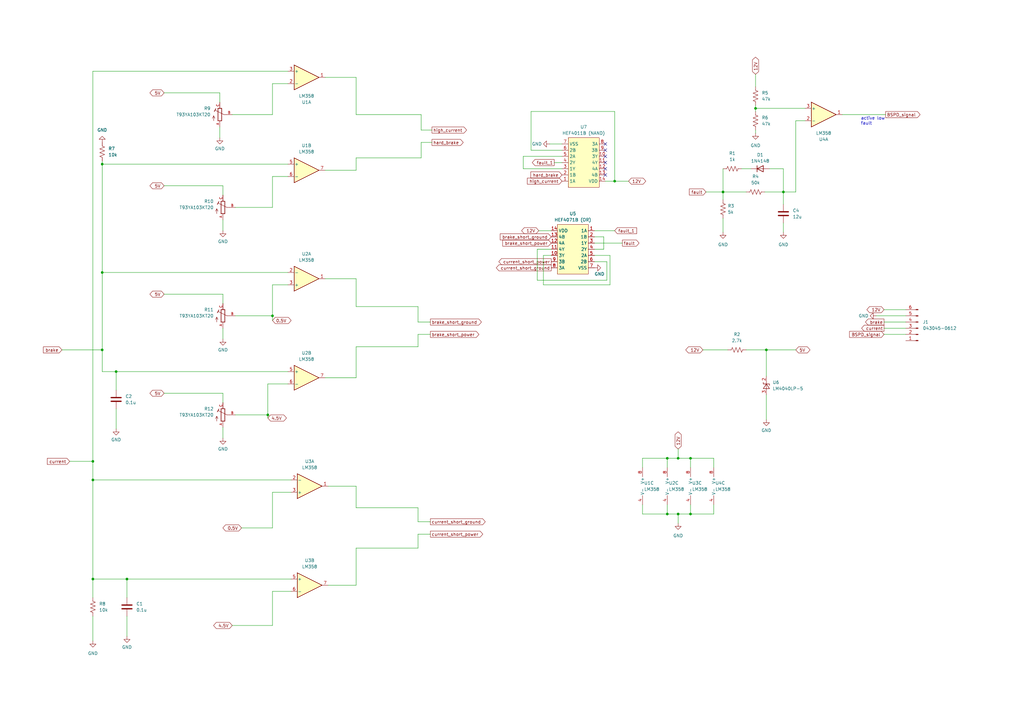
<source format=kicad_sch>
(kicad_sch (version 20230121) (generator eeschema)

  (uuid 57400ae1-06f9-44a7-af85-aa0e28eeb093)

  (paper "A3")

  (title_block
    (title "Brake System Plausibility Device ")
    (comment 1 "Arda Caliskan and Manny Gimenez")
  )

  (lib_symbols
    (symbol "Amplifier_Operational:LM358" (pin_names (offset 0.127)) (in_bom yes) (on_board yes)
      (property "Reference" "U" (at 0 5.08 0)
        (effects (font (size 1.27 1.27)) (justify left))
      )
      (property "Value" "LM358" (at 0 -5.08 0)
        (effects (font (size 1.27 1.27)) (justify left))
      )
      (property "Footprint" "" (at 0 0 0)
        (effects (font (size 1.27 1.27)) hide)
      )
      (property "Datasheet" "http://www.ti.com/lit/ds/symlink/lm2904-n.pdf" (at 0 0 0)
        (effects (font (size 1.27 1.27)) hide)
      )
      (property "ki_locked" "" (at 0 0 0)
        (effects (font (size 1.27 1.27)))
      )
      (property "ki_keywords" "dual opamp" (at 0 0 0)
        (effects (font (size 1.27 1.27)) hide)
      )
      (property "ki_description" "Low-Power, Dual Operational Amplifiers, DIP-8/SOIC-8/TO-99-8" (at 0 0 0)
        (effects (font (size 1.27 1.27)) hide)
      )
      (property "ki_fp_filters" "SOIC*3.9x4.9mm*P1.27mm* DIP*W7.62mm* TO*99* OnSemi*Micro8* TSSOP*3x3mm*P0.65mm* TSSOP*4.4x3mm*P0.65mm* MSOP*3x3mm*P0.65mm* SSOP*3.9x4.9mm*P0.635mm* LFCSP*2x2mm*P0.5mm* *SIP* SOIC*5.3x6.2mm*P1.27mm*" (at 0 0 0)
        (effects (font (size 1.27 1.27)) hide)
      )
      (symbol "LM358_1_1"
        (polyline
          (pts
            (xy -5.08 5.08)
            (xy 5.08 0)
            (xy -5.08 -5.08)
            (xy -5.08 5.08)
          )
          (stroke (width 0.254) (type default))
          (fill (type background))
        )
        (pin output line (at 7.62 0 180) (length 2.54)
          (name "~" (effects (font (size 1.27 1.27))))
          (number "1" (effects (font (size 1.27 1.27))))
        )
        (pin input line (at -7.62 -2.54 0) (length 2.54)
          (name "-" (effects (font (size 1.27 1.27))))
          (number "2" (effects (font (size 1.27 1.27))))
        )
        (pin input line (at -7.62 2.54 0) (length 2.54)
          (name "+" (effects (font (size 1.27 1.27))))
          (number "3" (effects (font (size 1.27 1.27))))
        )
      )
      (symbol "LM358_2_1"
        (polyline
          (pts
            (xy -5.08 5.08)
            (xy 5.08 0)
            (xy -5.08 -5.08)
            (xy -5.08 5.08)
          )
          (stroke (width 0.254) (type default))
          (fill (type background))
        )
        (pin input line (at -7.62 2.54 0) (length 2.54)
          (name "+" (effects (font (size 1.27 1.27))))
          (number "5" (effects (font (size 1.27 1.27))))
        )
        (pin input line (at -7.62 -2.54 0) (length 2.54)
          (name "-" (effects (font (size 1.27 1.27))))
          (number "6" (effects (font (size 1.27 1.27))))
        )
        (pin output line (at 7.62 0 180) (length 2.54)
          (name "~" (effects (font (size 1.27 1.27))))
          (number "7" (effects (font (size 1.27 1.27))))
        )
      )
      (symbol "LM358_3_1"
        (pin power_in line (at -2.54 -7.62 90) (length 3.81)
          (name "V-" (effects (font (size 1.27 1.27))))
          (number "4" (effects (font (size 1.27 1.27))))
        )
        (pin power_in line (at -2.54 7.62 270) (length 3.81)
          (name "V+" (effects (font (size 1.27 1.27))))
          (number "8" (effects (font (size 1.27 1.27))))
        )
      )
    )
    (symbol "Connector:Conn_01x06_Pin" (pin_names (offset 1.016) hide) (in_bom yes) (on_board yes)
      (property "Reference" "J" (at 0 7.62 0)
        (effects (font (size 1.27 1.27)))
      )
      (property "Value" "Conn_01x06_Pin" (at 0 -10.16 0)
        (effects (font (size 1.27 1.27)))
      )
      (property "Footprint" "" (at 0 0 0)
        (effects (font (size 1.27 1.27)) hide)
      )
      (property "Datasheet" "~" (at 0 0 0)
        (effects (font (size 1.27 1.27)) hide)
      )
      (property "ki_locked" "" (at 0 0 0)
        (effects (font (size 1.27 1.27)))
      )
      (property "ki_keywords" "connector" (at 0 0 0)
        (effects (font (size 1.27 1.27)) hide)
      )
      (property "ki_description" "Generic connector, single row, 01x06, script generated" (at 0 0 0)
        (effects (font (size 1.27 1.27)) hide)
      )
      (property "ki_fp_filters" "Connector*:*_1x??_*" (at 0 0 0)
        (effects (font (size 1.27 1.27)) hide)
      )
      (symbol "Conn_01x06_Pin_1_1"
        (polyline
          (pts
            (xy 1.27 -7.62)
            (xy 0.8636 -7.62)
          )
          (stroke (width 0.1524) (type default))
          (fill (type none))
        )
        (polyline
          (pts
            (xy 1.27 -5.08)
            (xy 0.8636 -5.08)
          )
          (stroke (width 0.1524) (type default))
          (fill (type none))
        )
        (polyline
          (pts
            (xy 1.27 -2.54)
            (xy 0.8636 -2.54)
          )
          (stroke (width 0.1524) (type default))
          (fill (type none))
        )
        (polyline
          (pts
            (xy 1.27 0)
            (xy 0.8636 0)
          )
          (stroke (width 0.1524) (type default))
          (fill (type none))
        )
        (polyline
          (pts
            (xy 1.27 2.54)
            (xy 0.8636 2.54)
          )
          (stroke (width 0.1524) (type default))
          (fill (type none))
        )
        (polyline
          (pts
            (xy 1.27 5.08)
            (xy 0.8636 5.08)
          )
          (stroke (width 0.1524) (type default))
          (fill (type none))
        )
        (rectangle (start 0.8636 -7.493) (end 0 -7.747)
          (stroke (width 0.1524) (type default))
          (fill (type outline))
        )
        (rectangle (start 0.8636 -4.953) (end 0 -5.207)
          (stroke (width 0.1524) (type default))
          (fill (type outline))
        )
        (rectangle (start 0.8636 -2.413) (end 0 -2.667)
          (stroke (width 0.1524) (type default))
          (fill (type outline))
        )
        (rectangle (start 0.8636 0.127) (end 0 -0.127)
          (stroke (width 0.1524) (type default))
          (fill (type outline))
        )
        (rectangle (start 0.8636 2.667) (end 0 2.413)
          (stroke (width 0.1524) (type default))
          (fill (type outline))
        )
        (rectangle (start 0.8636 5.207) (end 0 4.953)
          (stroke (width 0.1524) (type default))
          (fill (type outline))
        )
        (pin passive line (at 5.08 5.08 180) (length 3.81)
          (name "Pin_1" (effects (font (size 1.27 1.27))))
          (number "1" (effects (font (size 1.27 1.27))))
        )
        (pin passive line (at 5.08 2.54 180) (length 3.81)
          (name "Pin_2" (effects (font (size 1.27 1.27))))
          (number "2" (effects (font (size 1.27 1.27))))
        )
        (pin passive line (at 5.08 0 180) (length 3.81)
          (name "Pin_3" (effects (font (size 1.27 1.27))))
          (number "3" (effects (font (size 1.27 1.27))))
        )
        (pin passive line (at 5.08 -2.54 180) (length 3.81)
          (name "Pin_4" (effects (font (size 1.27 1.27))))
          (number "4" (effects (font (size 1.27 1.27))))
        )
        (pin passive line (at 5.08 -5.08 180) (length 3.81)
          (name "Pin_5" (effects (font (size 1.27 1.27))))
          (number "5" (effects (font (size 1.27 1.27))))
        )
        (pin passive line (at 5.08 -7.62 180) (length 3.81)
          (name "Pin_6" (effects (font (size 1.27 1.27))))
          (number "6" (effects (font (size 1.27 1.27))))
        )
      )
    )
    (symbol "Device:C" (pin_numbers hide) (pin_names (offset 0.254)) (in_bom yes) (on_board yes)
      (property "Reference" "C" (at 0.635 2.54 0)
        (effects (font (size 1.27 1.27)) (justify left))
      )
      (property "Value" "C" (at 0.635 -2.54 0)
        (effects (font (size 1.27 1.27)) (justify left))
      )
      (property "Footprint" "" (at 0.9652 -3.81 0)
        (effects (font (size 1.27 1.27)) hide)
      )
      (property "Datasheet" "~" (at 0 0 0)
        (effects (font (size 1.27 1.27)) hide)
      )
      (property "ki_keywords" "cap capacitor" (at 0 0 0)
        (effects (font (size 1.27 1.27)) hide)
      )
      (property "ki_description" "Unpolarized capacitor" (at 0 0 0)
        (effects (font (size 1.27 1.27)) hide)
      )
      (property "ki_fp_filters" "C_*" (at 0 0 0)
        (effects (font (size 1.27 1.27)) hide)
      )
      (symbol "C_0_1"
        (polyline
          (pts
            (xy -2.032 -0.762)
            (xy 2.032 -0.762)
          )
          (stroke (width 0.508) (type default))
          (fill (type none))
        )
        (polyline
          (pts
            (xy -2.032 0.762)
            (xy 2.032 0.762)
          )
          (stroke (width 0.508) (type default))
          (fill (type none))
        )
      )
      (symbol "C_1_1"
        (pin passive line (at 0 3.81 270) (length 2.794)
          (name "~" (effects (font (size 1.27 1.27))))
          (number "1" (effects (font (size 1.27 1.27))))
        )
        (pin passive line (at 0 -3.81 90) (length 2.794)
          (name "~" (effects (font (size 1.27 1.27))))
          (number "2" (effects (font (size 1.27 1.27))))
        )
      )
    )
    (symbol "Device:R_US" (pin_numbers hide) (pin_names (offset 0)) (in_bom yes) (on_board yes)
      (property "Reference" "R" (at 2.54 0 90)
        (effects (font (size 1.27 1.27)))
      )
      (property "Value" "R_US" (at -2.54 0 90)
        (effects (font (size 1.27 1.27)))
      )
      (property "Footprint" "" (at 1.016 -0.254 90)
        (effects (font (size 1.27 1.27)) hide)
      )
      (property "Datasheet" "~" (at 0 0 0)
        (effects (font (size 1.27 1.27)) hide)
      )
      (property "ki_keywords" "R res resistor" (at 0 0 0)
        (effects (font (size 1.27 1.27)) hide)
      )
      (property "ki_description" "Resistor, US symbol" (at 0 0 0)
        (effects (font (size 1.27 1.27)) hide)
      )
      (property "ki_fp_filters" "R_*" (at 0 0 0)
        (effects (font (size 1.27 1.27)) hide)
      )
      (symbol "R_US_0_1"
        (polyline
          (pts
            (xy 0 -2.286)
            (xy 0 -2.54)
          )
          (stroke (width 0) (type default))
          (fill (type none))
        )
        (polyline
          (pts
            (xy 0 2.286)
            (xy 0 2.54)
          )
          (stroke (width 0) (type default))
          (fill (type none))
        )
        (polyline
          (pts
            (xy 0 -0.762)
            (xy 1.016 -1.143)
            (xy 0 -1.524)
            (xy -1.016 -1.905)
            (xy 0 -2.286)
          )
          (stroke (width 0) (type default))
          (fill (type none))
        )
        (polyline
          (pts
            (xy 0 0.762)
            (xy 1.016 0.381)
            (xy 0 0)
            (xy -1.016 -0.381)
            (xy 0 -0.762)
          )
          (stroke (width 0) (type default))
          (fill (type none))
        )
        (polyline
          (pts
            (xy 0 2.286)
            (xy 1.016 1.905)
            (xy 0 1.524)
            (xy -1.016 1.143)
            (xy 0 0.762)
          )
          (stroke (width 0) (type default))
          (fill (type none))
        )
      )
      (symbol "R_US_1_1"
        (pin passive line (at 0 3.81 270) (length 1.27)
          (name "~" (effects (font (size 1.27 1.27))))
          (number "1" (effects (font (size 1.27 1.27))))
        )
        (pin passive line (at 0 -3.81 90) (length 1.27)
          (name "~" (effects (font (size 1.27 1.27))))
          (number "2" (effects (font (size 1.27 1.27))))
        )
      )
    )
    (symbol "Diode:1N4148" (pin_numbers hide) (pin_names hide) (in_bom yes) (on_board yes)
      (property "Reference" "D" (at 0 2.54 0)
        (effects (font (size 1.27 1.27)))
      )
      (property "Value" "1N4148" (at 0 -2.54 0)
        (effects (font (size 1.27 1.27)))
      )
      (property "Footprint" "Diode_THT:D_DO-35_SOD27_P7.62mm_Horizontal" (at 0 0 0)
        (effects (font (size 1.27 1.27)) hide)
      )
      (property "Datasheet" "https://assets.nexperia.com/documents/data-sheet/1N4148_1N4448.pdf" (at 0 0 0)
        (effects (font (size 1.27 1.27)) hide)
      )
      (property "Sim.Device" "D" (at 0 0 0)
        (effects (font (size 1.27 1.27)) hide)
      )
      (property "Sim.Pins" "1=K 2=A" (at 0 0 0)
        (effects (font (size 1.27 1.27)) hide)
      )
      (property "ki_keywords" "diode" (at 0 0 0)
        (effects (font (size 1.27 1.27)) hide)
      )
      (property "ki_description" "100V 0.15A standard switching diode, DO-35" (at 0 0 0)
        (effects (font (size 1.27 1.27)) hide)
      )
      (property "ki_fp_filters" "D*DO?35*" (at 0 0 0)
        (effects (font (size 1.27 1.27)) hide)
      )
      (symbol "1N4148_0_1"
        (polyline
          (pts
            (xy -1.27 1.27)
            (xy -1.27 -1.27)
          )
          (stroke (width 0.254) (type default))
          (fill (type none))
        )
        (polyline
          (pts
            (xy 1.27 0)
            (xy -1.27 0)
          )
          (stroke (width 0) (type default))
          (fill (type none))
        )
        (polyline
          (pts
            (xy 1.27 1.27)
            (xy 1.27 -1.27)
            (xy -1.27 0)
            (xy 1.27 1.27)
          )
          (stroke (width 0.254) (type default))
          (fill (type none))
        )
      )
      (symbol "1N4148_1_1"
        (pin passive line (at -3.81 0 0) (length 2.54)
          (name "K" (effects (font (size 1.27 1.27))))
          (number "1" (effects (font (size 1.27 1.27))))
        )
        (pin passive line (at 3.81 0 180) (length 2.54)
          (name "A" (effects (font (size 1.27 1.27))))
          (number "2" (effects (font (size 1.27 1.27))))
        )
      )
    )
    (symbol "Reference_Voltage:LM4040LP-5" (pin_names (offset 0.0254) hide) (in_bom yes) (on_board yes)
      (property "Reference" "U" (at 0 2.54 0)
        (effects (font (size 1.27 1.27)))
      )
      (property "Value" "LM4040LP-5" (at 0 -3.175 0)
        (effects (font (size 1.27 1.27)))
      )
      (property "Footprint" "Package_TO_SOT_THT:TO-92_Inline" (at 0 -5.08 0)
        (effects (font (size 1.27 1.27) italic) hide)
      )
      (property "Datasheet" "http://www.ti.com/lit/ds/symlink/lm4040-n.pdf" (at 0 0 0)
        (effects (font (size 1.27 1.27) italic) hide)
      )
      (property "ki_keywords" "diode device voltage reference shunt" (at 0 0 0)
        (effects (font (size 1.27 1.27)) hide)
      )
      (property "ki_description" "5.000V Precision Micropower Shunt Voltage Reference, TO-92" (at 0 0 0)
        (effects (font (size 1.27 1.27)) hide)
      )
      (property "ki_fp_filters" "TO?92*Inline*" (at 0 0 0)
        (effects (font (size 1.27 1.27)) hide)
      )
      (symbol "LM4040LP-5_0_1"
        (polyline
          (pts
            (xy -1.27 0)
            (xy 0 0)
            (xy 1.27 0)
          )
          (stroke (width 0) (type default))
          (fill (type none))
        )
        (polyline
          (pts
            (xy -1.27 -1.27)
            (xy 0.635 0)
            (xy -1.27 1.27)
            (xy -1.27 -1.27)
          )
          (stroke (width 0.2032) (type default))
          (fill (type none))
        )
        (polyline
          (pts
            (xy 0 -1.27)
            (xy 0.635 -1.27)
            (xy 0.635 1.27)
            (xy 1.27 1.27)
          )
          (stroke (width 0.2032) (type default))
          (fill (type none))
        )
      )
      (symbol "LM4040LP-5_1_1"
        (pin passive line (at 3.81 0 180) (length 2.54)
          (name "K" (effects (font (size 1.27 1.27))))
          (number "2" (effects (font (size 1.27 1.27))))
        )
        (pin passive line (at -3.81 0 0) (length 2.54)
          (name "A" (effects (font (size 1.27 1.27))))
          (number "3" (effects (font (size 1.27 1.27))))
        )
      )
    )
    (symbol "T93YA103KT20:T93YA103KT20" (pin_names (offset 1.016)) (in_bom yes) (on_board yes)
      (property "Reference" "R" (at -5.9833 -3.8191 90)
        (effects (font (size 1.27 1.27)) (justify left bottom))
      )
      (property "Value" "T93YA103KT20" (at -3.8184 -3.8184 90)
        (effects (font (size 1.27 1.27)) (justify left bottom))
      )
      (property "Footprint" "TRIM_T93YA103KT20" (at 0 0 0)
        (effects (font (size 1.27 1.27)) (justify bottom) hide)
      )
      (property "Datasheet" "" (at 0 0 0)
        (effects (font (size 1.27 1.27)) hide)
      )
      (property "PRICE" "$1.70 USD" (at 0 0 0)
        (effects (font (size 1.27 1.27)) (justify bottom) hide)
      )
      (property "MF" "Vishay" (at 0 0 0)
        (effects (font (size 1.27 1.27)) (justify bottom) hide)
      )
      (property "AVAILABILITY" "Good" (at 0 0 0)
        (effects (font (size 1.27 1.27)) (justify bottom) hide)
      )
      (property "MP" "T93YA103KT20" (at 0 0 0)
        (effects (font (size 1.27 1.27)) (justify bottom) hide)
      )
      (symbol "T93YA103KT20_0_0"
        (polyline
          (pts
            (xy -2.54 -2.54)
            (xy -2.54 -0.508)
          )
          (stroke (width 0.1524) (type default))
          (fill (type none))
        )
        (polyline
          (pts
            (xy -2.54 -0.508)
            (xy -3.048 -1.524)
          )
          (stroke (width 0.1524) (type default))
          (fill (type none))
        )
        (polyline
          (pts
            (xy -2.54 -0.508)
            (xy -2.032 -1.524)
          )
          (stroke (width 0.1524) (type default))
          (fill (type none))
        )
        (polyline
          (pts
            (xy -2.286 1.27)
            (xy -1.651 2.413)
          )
          (stroke (width 0.254) (type default))
          (fill (type none))
        )
        (polyline
          (pts
            (xy -0.762 -2.54)
            (xy 0.762 -2.54)
          )
          (stroke (width 0.254) (type default))
          (fill (type none))
        )
        (polyline
          (pts
            (xy -0.762 2.54)
            (xy -0.762 -2.54)
          )
          (stroke (width 0.254) (type default))
          (fill (type none))
        )
        (polyline
          (pts
            (xy 0 2.54)
            (xy -0.762 2.54)
          )
          (stroke (width 0.254) (type default))
          (fill (type none))
        )
        (polyline
          (pts
            (xy 0 2.54)
            (xy 0 5.08)
          )
          (stroke (width 0.1524) (type default))
          (fill (type none))
        )
        (polyline
          (pts
            (xy 0.762 -2.54)
            (xy 0.762 2.54)
          )
          (stroke (width 0.254) (type default))
          (fill (type none))
        )
        (polyline
          (pts
            (xy 0.762 2.54)
            (xy 0 2.54)
          )
          (stroke (width 0.254) (type default))
          (fill (type none))
        )
        (polyline
          (pts
            (xy 1.651 0)
            (xy -1.8796 1.7526)
          )
          (stroke (width 0.1524) (type default))
          (fill (type none))
        )
        (polyline
          (pts
            (xy 2.54 0)
            (xy 1.651 0)
          )
          (stroke (width 0.1524) (type default))
          (fill (type none))
        )
        (pin passive line (at 0 -5.08 90) (length 2.54)
          (name "~" (effects (font (size 1.016 1.016))))
          (number "A" (effects (font (size 1.016 1.016))))
        )
        (pin passive line (at 5.08 0 180) (length 2.54)
          (name "~" (effects (font (size 1.016 1.016))))
          (number "B" (effects (font (size 1.016 1.016))))
        )
        (pin passive line (at 0 5.08 270) (length 2.54)
          (name "~" (effects (font (size 1.016 1.016))))
          (number "C" (effects (font (size 1.016 1.016))))
        )
      )
    )
    (symbol "T93YA203JT20:4011" (in_bom yes) (on_board yes)
      (property "Reference" "U" (at 0 0 0)
        (effects (font (size 1.27 1.27)))
      )
      (property "Value" "4011" (at -5.08 0 0)
        (effects (font (size 1.27 1.27)))
      )
      (property "Footprint" "" (at 0 0 0)
        (effects (font (size 1.27 1.27)) hide)
      )
      (property "Datasheet" "" (at 0 0 0)
        (effects (font (size 1.27 1.27)) hide)
      )
      (symbol "4011_0_1"
        (rectangle (start -7.62 -2.54) (end 5.08 -22.86)
          (stroke (width 0) (type default))
          (fill (type background))
        )
      )
      (symbol "4011_1_1"
        (pin input line (at -10.16 -20.32 0) (length 2.54)
          (name "1A" (effects (font (size 1.27 1.27))))
          (number "1" (effects (font (size 1.27 1.27))))
        )
        (pin output line (at 7.62 -10.16 180) (length 2.54)
          (name "3Y" (effects (font (size 1.27 1.27))))
          (number "10" (effects (font (size 1.27 1.27))))
        )
        (pin output line (at 7.62 -12.7 180) (length 2.54)
          (name "4Y" (effects (font (size 1.27 1.27))))
          (number "11" (effects (font (size 1.27 1.27))))
        )
        (pin input line (at 7.62 -15.24 180) (length 2.54)
          (name "4A" (effects (font (size 1.27 1.27))))
          (number "12" (effects (font (size 1.27 1.27))))
        )
        (pin input line (at 7.62 -17.78 180) (length 2.54)
          (name "4B" (effects (font (size 1.27 1.27))))
          (number "13" (effects (font (size 1.27 1.27))))
        )
        (pin input line (at 7.62 -20.32 180) (length 2.54)
          (name "VDD" (effects (font (size 1.27 1.27))))
          (number "14" (effects (font (size 1.27 1.27))))
        )
        (pin input line (at -10.16 -17.78 0) (length 2.54)
          (name "1B" (effects (font (size 1.27 1.27))))
          (number "2" (effects (font (size 1.27 1.27))))
        )
        (pin output line (at -10.16 -15.24 0) (length 2.54)
          (name "1Y" (effects (font (size 1.27 1.27))))
          (number "3" (effects (font (size 1.27 1.27))))
        )
        (pin output line (at -10.16 -12.7 0) (length 2.54)
          (name "2Y" (effects (font (size 1.27 1.27))))
          (number "4" (effects (font (size 1.27 1.27))))
        )
        (pin input line (at -10.16 -10.16 0) (length 2.54)
          (name "2A" (effects (font (size 1.27 1.27))))
          (number "5" (effects (font (size 1.27 1.27))))
        )
        (pin input line (at -10.16 -7.62 0) (length 2.54)
          (name "2B" (effects (font (size 1.27 1.27))))
          (number "6" (effects (font (size 1.27 1.27))))
        )
        (pin input line (at -10.16 -5.08 0) (length 2.54)
          (name "VSS" (effects (font (size 1.27 1.27))))
          (number "7" (effects (font (size 1.27 1.27))))
        )
        (pin input line (at 7.62 -5.08 180) (length 2.54)
          (name "3A" (effects (font (size 1.27 1.27))))
          (number "8" (effects (font (size 1.27 1.27))))
        )
        (pin input line (at 7.62 -7.62 180) (length 2.54)
          (name "3B" (effects (font (size 1.27 1.27))))
          (number "9" (effects (font (size 1.27 1.27))))
        )
      )
    )
    (symbol "T93YA203JT20:4071" (in_bom yes) (on_board yes)
      (property "Reference" "U" (at 0 0 0)
        (effects (font (size 1.27 1.27)))
      )
      (property "Value" "4071" (at -5.08 0 0)
        (effects (font (size 1.27 1.27)))
      )
      (property "Footprint" "" (at 0 0 0)
        (effects (font (size 1.27 1.27)) hide)
      )
      (property "Datasheet" "" (at 0 0 0)
        (effects (font (size 1.27 1.27)) hide)
      )
      (symbol "4071_0_1"
        (rectangle (start -7.62 -2.54) (end 5.08 -22.86)
          (stroke (width 0) (type default))
          (fill (type background))
        )
      )
      (symbol "4071_1_1"
        (pin input line (at -10.16 -20.32 0) (length 2.54)
          (name "1A" (effects (font (size 1.27 1.27))))
          (number "1" (effects (font (size 1.27 1.27))))
        )
        (pin output line (at 7.62 -10.16 180) (length 2.54)
          (name "3Y" (effects (font (size 1.27 1.27))))
          (number "10" (effects (font (size 1.27 1.27))))
        )
        (pin output line (at 7.62 -12.7 180) (length 2.54)
          (name "4Y" (effects (font (size 1.27 1.27))))
          (number "11" (effects (font (size 1.27 1.27))))
        )
        (pin input line (at 7.62 -15.24 180) (length 2.54)
          (name "4A" (effects (font (size 1.27 1.27))))
          (number "12" (effects (font (size 1.27 1.27))))
        )
        (pin input line (at 7.62 -17.78 180) (length 2.54)
          (name "4B" (effects (font (size 1.27 1.27))))
          (number "13" (effects (font (size 1.27 1.27))))
        )
        (pin input line (at 7.62 -20.32 180) (length 2.54)
          (name "VDD" (effects (font (size 1.27 1.27))))
          (number "14" (effects (font (size 1.27 1.27))))
        )
        (pin input line (at -10.16 -17.78 0) (length 2.54)
          (name "1B" (effects (font (size 1.27 1.27))))
          (number "2" (effects (font (size 1.27 1.27))))
        )
        (pin output line (at -10.16 -15.24 0) (length 2.54)
          (name "1Y" (effects (font (size 1.27 1.27))))
          (number "3" (effects (font (size 1.27 1.27))))
        )
        (pin output line (at -10.16 -12.7 0) (length 2.54)
          (name "2Y" (effects (font (size 1.27 1.27))))
          (number "4" (effects (font (size 1.27 1.27))))
        )
        (pin input line (at -10.16 -10.16 0) (length 2.54)
          (name "2A" (effects (font (size 1.27 1.27))))
          (number "5" (effects (font (size 1.27 1.27))))
        )
        (pin input line (at -10.16 -7.62 0) (length 2.54)
          (name "2B" (effects (font (size 1.27 1.27))))
          (number "6" (effects (font (size 1.27 1.27))))
        )
        (pin input line (at -10.16 -5.08 0) (length 2.54)
          (name "VSS" (effects (font (size 1.27 1.27))))
          (number "7" (effects (font (size 1.27 1.27))))
        )
        (pin input line (at 7.62 -5.08 180) (length 2.54)
          (name "3A" (effects (font (size 1.27 1.27))))
          (number "8" (effects (font (size 1.27 1.27))))
        )
        (pin input line (at 7.62 -7.62 180) (length 2.54)
          (name "3B" (effects (font (size 1.27 1.27))))
          (number "9" (effects (font (size 1.27 1.27))))
        )
      )
    )
    (symbol "power:GND" (power) (pin_names (offset 0)) (in_bom yes) (on_board yes)
      (property "Reference" "#PWR" (at 0 -6.35 0)
        (effects (font (size 1.27 1.27)) hide)
      )
      (property "Value" "GND" (at 0 -3.81 0)
        (effects (font (size 1.27 1.27)))
      )
      (property "Footprint" "" (at 0 0 0)
        (effects (font (size 1.27 1.27)) hide)
      )
      (property "Datasheet" "" (at 0 0 0)
        (effects (font (size 1.27 1.27)) hide)
      )
      (property "ki_keywords" "power-flag" (at 0 0 0)
        (effects (font (size 1.27 1.27)) hide)
      )
      (property "ki_description" "Power symbol creates a global label with name \"GND\" , ground" (at 0 0 0)
        (effects (font (size 1.27 1.27)) hide)
      )
      (symbol "GND_0_1"
        (polyline
          (pts
            (xy 0 0)
            (xy 0 -1.27)
            (xy 1.27 -1.27)
            (xy 0 -2.54)
            (xy -1.27 -1.27)
            (xy 0 -1.27)
          )
          (stroke (width 0) (type default))
          (fill (type none))
        )
      )
      (symbol "GND_1_1"
        (pin power_in line (at 0 0 270) (length 0) hide
          (name "GND" (effects (font (size 1.27 1.27))))
          (number "1" (effects (font (size 1.27 1.27))))
        )
      )
    )
  )

  (junction (at 38.1 237.49) (diameter 0) (color 0 0 0 0)
    (uuid 047f28e4-fec6-4933-8082-77ca556f18aa)
  )
  (junction (at 252.095 74.295) (diameter 0) (color 0 0 0 0)
    (uuid 06778cbb-f60e-4b91-9c67-975cc743b7de)
  )
  (junction (at 278.13 187.96) (diameter 0) (color 0 0 0 0)
    (uuid 089b6f64-1fc8-42ee-8481-d1219e4cc972)
  )
  (junction (at 41.91 111.76) (diameter 0) (color 0 0 0 0)
    (uuid 09f887e8-a9ed-4938-b9fd-c7ca5a321418)
  )
  (junction (at 296.545 78.74) (diameter 0) (color 0 0 0 0)
    (uuid 5e4679fd-a476-4ed8-b182-183caeb9f52d)
  )
  (junction (at 278.13 210.82) (diameter 0) (color 0 0 0 0)
    (uuid 6ec6a208-be09-4392-bc91-a0d7f68d815d)
  )
  (junction (at 273.685 187.96) (diameter 0) (color 0 0 0 0)
    (uuid 7acedbb0-237b-4cb2-a74c-5c830327c8d9)
  )
  (junction (at 38.1 196.85) (diameter 0) (color 0 0 0 0)
    (uuid 83a72c43-095d-423a-90d2-c75655d74fc2)
  )
  (junction (at 41.91 67.31) (diameter 0) (color 0 0 0 0)
    (uuid 87338f55-5ae5-4b79-ab7f-6931d81efdda)
  )
  (junction (at 283.21 187.96) (diameter 0) (color 0 0 0 0)
    (uuid 95201d50-b8c5-4ecb-a209-65e97a6b775b)
  )
  (junction (at 321.31 78.74) (diameter 0) (color 0 0 0 0)
    (uuid 9525c84c-2683-4977-b262-b3be715dd051)
  )
  (junction (at 41.91 143.51) (diameter 0) (color 0 0 0 0)
    (uuid 98355e5e-ebf6-441c-8d87-39513fea7114)
  )
  (junction (at 52.07 237.49) (diameter 0) (color 0 0 0 0)
    (uuid a1867ede-a2d4-45fa-b139-192aa28e1f12)
  )
  (junction (at 273.685 210.82) (diameter 0) (color 0 0 0 0)
    (uuid ab101243-0983-4a19-9484-7e103043b9f8)
  )
  (junction (at 111.76 129.54) (diameter 0) (color 0 0 0 0)
    (uuid c8095839-842d-46e2-8730-ec5e4c942d2c)
  )
  (junction (at 314.325 143.51) (diameter 0) (color 0 0 0 0)
    (uuid d54ce882-4551-4bf6-a1ef-150df64cf553)
  )
  (junction (at 109.855 170.18) (diameter 0) (color 0 0 0 0)
    (uuid e7f421b4-fb28-4933-871f-3f584f3bdb96)
  )
  (junction (at 47.625 152.4) (diameter 0) (color 0 0 0 0)
    (uuid ed73a3ef-fcd9-484c-83eb-d0e03cdb3571)
  )
  (junction (at 283.21 210.82) (diameter 0) (color 0 0 0 0)
    (uuid f32e86c5-8ec2-4af4-bb66-88dee61b1303)
  )
  (junction (at 309.88 44.45) (diameter 0) (color 0 0 0 0)
    (uuid f452f173-6c9e-4523-9631-ed6153d6bd17)
  )
  (junction (at 38.1 189.23) (diameter 0) (color 0 0 0 0)
    (uuid f47183b0-1004-4cad-a681-736274fa49ef)
  )

  (no_connect (at 248.285 59.055) (uuid 15c43b0f-9b6a-4752-98db-2ff2bb178476))
  (no_connect (at 248.285 71.755) (uuid 67c564c3-ffd2-4574-b22f-1964d317ae63))
  (no_connect (at 248.285 61.595) (uuid 724b8a2a-f93e-471a-ac95-d859917e807c))
  (no_connect (at 248.285 69.215) (uuid 76205c25-e93b-41c5-bec3-18d4960cdb89))
  (no_connect (at 248.285 64.135) (uuid bf233946-3d0b-46fd-9d0e-1b154dbc6630))
  (no_connect (at 248.285 66.675) (uuid c0e41170-ee37-44fa-b83e-c661c7ec37b1))

  (wire (pts (xy 263.525 210.82) (xy 263.525 207.01))
    (stroke (width 0) (type default))
    (uuid 004daf1f-b350-438e-b100-f30d6a9639f2)
  )
  (wire (pts (xy 247.65 97.155) (xy 243.84 97.155))
    (stroke (width 0) (type default))
    (uuid 0085d91c-ba7c-4e8b-809a-89557c4544f4)
  )
  (wire (pts (xy 296.545 78.74) (xy 296.545 81.915))
    (stroke (width 0) (type default))
    (uuid 059ee483-8c91-4dd5-ae22-564bb3be8f25)
  )
  (wire (pts (xy 283.21 210.82) (xy 278.13 210.82))
    (stroke (width 0) (type default))
    (uuid 05e87c68-0703-4864-ac88-8257a533034a)
  )
  (wire (pts (xy 146.05 114.3) (xy 146.05 125.73))
    (stroke (width 0) (type default))
    (uuid 06f7563b-154d-40cd-bf6d-f552d089d731)
  )
  (wire (pts (xy 111.76 201.93) (xy 111.76 216.535))
    (stroke (width 0) (type default))
    (uuid 087fb937-35db-4edb-9f93-d658f7031996)
  )
  (wire (pts (xy 171.45 213.995) (xy 176.53 213.995))
    (stroke (width 0) (type default))
    (uuid 0b6442b6-0a3e-4ac3-9792-d6404b6387f0)
  )
  (wire (pts (xy 146.05 199.39) (xy 134.62 199.39))
    (stroke (width 0) (type default))
    (uuid 10d12bfd-4e0c-4a59-a0d1-14e2b22a327a)
  )
  (wire (pts (xy 133.35 114.3) (xy 146.05 114.3))
    (stroke (width 0) (type default))
    (uuid 1117414d-2387-434e-8a12-96f272455ff8)
  )
  (wire (pts (xy 292.735 187.96) (xy 292.735 191.77))
    (stroke (width 0) (type default))
    (uuid 127df8cb-ec92-41c4-8bba-eade58af4d32)
  )
  (wire (pts (xy 111.76 34.29) (xy 111.76 46.99))
    (stroke (width 0) (type default))
    (uuid 16162397-5de5-472a-865e-0b469d383a38)
  )
  (wire (pts (xy 283.21 187.96) (xy 292.735 187.96))
    (stroke (width 0) (type default))
    (uuid 1705f109-74e6-429d-b032-3a3eb4da276b)
  )
  (wire (pts (xy 227.33 66.675) (xy 230.505 66.675))
    (stroke (width 0) (type default))
    (uuid 17868cf8-33d0-45f1-9221-c36d69755560)
  )
  (wire (pts (xy 278.13 210.82) (xy 273.685 210.82))
    (stroke (width 0) (type default))
    (uuid 1c9da96a-ffc5-4900-a5e3-a262ebd84a42)
  )
  (wire (pts (xy 96.52 170.18) (xy 109.855 170.18))
    (stroke (width 0) (type default))
    (uuid 2013b12f-7331-421f-940b-59493bcea8c8)
  )
  (wire (pts (xy 47.625 167.64) (xy 47.625 175.895))
    (stroke (width 0) (type default))
    (uuid 23ac7aff-374e-4aa6-bf08-36ce2e3e4b00)
  )
  (wire (pts (xy 90.17 52.07) (xy 90.17 56.515))
    (stroke (width 0) (type default))
    (uuid 23e65ea4-4982-4b89-b968-0ee40135335b)
  )
  (wire (pts (xy 225.425 59.055) (xy 230.505 59.055))
    (stroke (width 0) (type default))
    (uuid 23ea1550-bcea-4e95-ad91-1cebbe6892e7)
  )
  (wire (pts (xy 91.44 161.29) (xy 91.44 165.1))
    (stroke (width 0) (type default))
    (uuid 24089a39-6cfc-4785-a13a-71b4ca4f78de)
  )
  (wire (pts (xy 296.545 69.215) (xy 296.545 78.74))
    (stroke (width 0) (type default))
    (uuid 242ee5e0-6fd2-40e5-81d9-d30b976c24a8)
  )
  (wire (pts (xy 314.325 161.925) (xy 314.325 172.085))
    (stroke (width 0) (type default))
    (uuid 2579dd83-97fa-40fd-9faa-4adb7e241f7d)
  )
  (wire (pts (xy 146.05 208.28) (xy 146.05 199.39))
    (stroke (width 0) (type default))
    (uuid 26022933-abae-4e6b-b2ae-dfdda5791bc6)
  )
  (wire (pts (xy 91.44 175.26) (xy 91.44 179.705))
    (stroke (width 0) (type default))
    (uuid 278c23e3-c171-499c-990a-35c192b10f92)
  )
  (wire (pts (xy 146.05 240.03) (xy 134.62 240.03))
    (stroke (width 0) (type default))
    (uuid 2806d284-8f22-4752-b02e-5ea2d59f3838)
  )
  (wire (pts (xy 91.44 76.2) (xy 91.44 80.01))
    (stroke (width 0) (type default))
    (uuid 284757aa-5f11-44da-8c4d-a038836da673)
  )
  (wire (pts (xy 38.1 252.73) (xy 38.1 262.89))
    (stroke (width 0) (type default))
    (uuid 294a0100-14ff-4957-bb15-516cf1a43735)
  )
  (wire (pts (xy 41.91 67.31) (xy 118.11 67.31))
    (stroke (width 0) (type default))
    (uuid 2b177d66-9059-4d45-8b7f-157034fe13d0)
  )
  (wire (pts (xy 273.685 210.82) (xy 263.525 210.82))
    (stroke (width 0) (type default))
    (uuid 2bc36357-5e97-4dca-8c48-06b030575872)
  )
  (wire (pts (xy 248.92 114.935) (xy 248.92 107.315))
    (stroke (width 0) (type default))
    (uuid 2c1ace40-1af2-4517-a1d2-ec47c6f2e78e)
  )
  (wire (pts (xy 247.65 102.235) (xy 247.65 97.155))
    (stroke (width 0) (type default))
    (uuid 2c4767ae-bc30-455a-9d53-8b7fb09f8adf)
  )
  (wire (pts (xy 47.625 152.4) (xy 47.625 160.02))
    (stroke (width 0) (type default))
    (uuid 2f75e5cd-e035-439f-a964-1ee56dd97c8d)
  )
  (wire (pts (xy 95.25 46.99) (xy 111.76 46.99))
    (stroke (width 0) (type default))
    (uuid 2ff7a8ba-70bf-4061-b2d9-a6ed6a21ee98)
  )
  (wire (pts (xy 146.05 64.77) (xy 146.05 69.85))
    (stroke (width 0) (type default))
    (uuid 31b20c6c-5c35-4ce0-a1d7-742db5726cf6)
  )
  (wire (pts (xy 326.39 49.53) (xy 326.39 78.74))
    (stroke (width 0) (type default))
    (uuid 32bc8c9f-b002-4751-98c1-2b556ce8ff39)
  )
  (wire (pts (xy 326.39 49.53) (xy 330.2 49.53))
    (stroke (width 0) (type default))
    (uuid 34a2aadf-b913-4436-b72e-43bb7acec1ad)
  )
  (wire (pts (xy 362.585 134.62) (xy 371.475 134.62))
    (stroke (width 0) (type default))
    (uuid 35be418b-9dbb-4163-89b0-a4cfe17ea0b6)
  )
  (wire (pts (xy 172.72 53.34) (xy 172.72 46.99))
    (stroke (width 0) (type default))
    (uuid 35ec0552-63b5-421f-9372-9c6cfe586367)
  )
  (wire (pts (xy 309.88 44.45) (xy 330.2 44.45))
    (stroke (width 0) (type default))
    (uuid 38f784df-4170-4a68-a098-93f61b2a3a9a)
  )
  (wire (pts (xy 67.31 120.65) (xy 91.44 120.65))
    (stroke (width 0) (type default))
    (uuid 3a0c1521-43d8-41a0-82de-082896c51071)
  )
  (wire (pts (xy 41.91 111.76) (xy 41.91 143.51))
    (stroke (width 0) (type default))
    (uuid 3db57431-3da1-4403-999f-51ea39136b8c)
  )
  (wire (pts (xy 314.325 143.51) (xy 314.325 154.305))
    (stroke (width 0) (type default))
    (uuid 3ee5f67f-5b54-42a1-adf4-bfeb63c76ed5)
  )
  (wire (pts (xy 304.165 69.215) (xy 307.975 69.215))
    (stroke (width 0) (type default))
    (uuid 3f1a8673-b039-46de-b853-19fdf17cc8e7)
  )
  (wire (pts (xy 119.38 196.85) (xy 38.1 196.85))
    (stroke (width 0) (type default))
    (uuid 3fdc475b-ca49-4e91-b3ab-c352771924f9)
  )
  (wire (pts (xy 313.69 78.74) (xy 321.31 78.74))
    (stroke (width 0) (type default))
    (uuid 3fff1c2d-0eda-4382-b16c-40ed017ec8a6)
  )
  (wire (pts (xy 292.735 207.01) (xy 292.735 210.82))
    (stroke (width 0) (type default))
    (uuid 436319b4-e620-40a2-8676-6a2175c81894)
  )
  (wire (pts (xy 41.91 152.4) (xy 41.91 143.51))
    (stroke (width 0) (type default))
    (uuid 496051a9-9bc4-4be9-bf9f-d73ee8e54695)
  )
  (wire (pts (xy 133.35 154.94) (xy 146.05 154.94))
    (stroke (width 0) (type default))
    (uuid 4b0e8f59-f58d-4f16-978b-0a3eca0d8363)
  )
  (wire (pts (xy 146.05 69.85) (xy 133.35 69.85))
    (stroke (width 0) (type default))
    (uuid 4c97596e-6ae9-414a-a613-de00a7a15de3)
  )
  (wire (pts (xy 309.88 30.48) (xy 309.88 35.56))
    (stroke (width 0) (type default))
    (uuid 4ebfb94c-797e-4d0d-960a-d7d4034028df)
  )
  (wire (pts (xy 278.13 210.82) (xy 278.13 214.63))
    (stroke (width 0) (type default))
    (uuid 500497e1-c3ec-4a9d-9a33-676984a9f484)
  )
  (wire (pts (xy 38.1 237.49) (xy 38.1 245.11))
    (stroke (width 0) (type default))
    (uuid 52beacb0-cd2d-455b-b528-4b9ac5a2b065)
  )
  (wire (pts (xy 273.685 210.82) (xy 273.685 207.01))
    (stroke (width 0) (type default))
    (uuid 52e5f3ff-efd9-4ce9-8824-cc19a749969b)
  )
  (wire (pts (xy 250.19 104.775) (xy 243.84 104.775))
    (stroke (width 0) (type default))
    (uuid 5747513f-f9b9-4909-8059-a01fd1215e27)
  )
  (wire (pts (xy 171.45 219.075) (xy 176.53 219.075))
    (stroke (width 0) (type default))
    (uuid 57c6c661-5e3b-4e92-935c-5134457117c9)
  )
  (wire (pts (xy 38.1 237.49) (xy 52.07 237.49))
    (stroke (width 0) (type default))
    (uuid 58813412-0d78-4068-83a4-6e83a30b3f9f)
  )
  (wire (pts (xy 217.805 61.595) (xy 217.805 45.72))
    (stroke (width 0) (type default))
    (uuid 5d19b666-cb59-404a-9cc2-96a22248eac5)
  )
  (wire (pts (xy 243.84 94.615) (xy 252.095 94.615))
    (stroke (width 0) (type default))
    (uuid 5d89cab3-9137-4e3d-b8e9-2261d00ca7c7)
  )
  (wire (pts (xy 278.13 184.15) (xy 278.13 187.96))
    (stroke (width 0) (type default))
    (uuid 5d9d2b8d-153e-485e-9bbc-1972fe19f2f0)
  )
  (wire (pts (xy 146.05 224.79) (xy 146.05 240.03))
    (stroke (width 0) (type default))
    (uuid 5e8c29d6-f3e1-46af-9b47-50e70c2dc70f)
  )
  (wire (pts (xy 146.05 46.99) (xy 172.72 46.99))
    (stroke (width 0) (type default))
    (uuid 5eeb1c21-23cf-45e4-b8e0-d5a435684f18)
  )
  (wire (pts (xy 38.1 189.23) (xy 38.1 196.85))
    (stroke (width 0) (type default))
    (uuid 5ef09e31-ca41-4409-ba64-04bba4722a45)
  )
  (wire (pts (xy 171.45 224.79) (xy 171.45 219.075))
    (stroke (width 0) (type default))
    (uuid 62f6ca16-a33b-41c3-94f1-394266eaafe7)
  )
  (wire (pts (xy 109.855 157.48) (xy 118.11 157.48))
    (stroke (width 0) (type default))
    (uuid 63a4a2df-2b0f-43c1-a767-2a71d5a2f3a5)
  )
  (wire (pts (xy 289.56 78.74) (xy 296.545 78.74))
    (stroke (width 0) (type default))
    (uuid 63bca31f-983b-468a-bc39-270bb79cd973)
  )
  (wire (pts (xy 222.885 116.84) (xy 250.19 116.84))
    (stroke (width 0) (type default))
    (uuid 63ce9bcb-1896-4432-8f8a-0778adffa48b)
  )
  (wire (pts (xy 146.05 224.79) (xy 171.45 224.79))
    (stroke (width 0) (type default))
    (uuid 65a383f4-1e93-4231-8f3d-abbfa54f5772)
  )
  (wire (pts (xy 309.88 44.45) (xy 309.88 45.72))
    (stroke (width 0) (type default))
    (uuid 6701b563-7864-4dcd-9d83-4fd2879ccceb)
  )
  (wire (pts (xy 250.19 116.84) (xy 250.19 104.775))
    (stroke (width 0) (type default))
    (uuid 690db0c5-f376-4f1f-8f07-69c7e8faace9)
  )
  (wire (pts (xy 41.91 111.76) (xy 118.11 111.76))
    (stroke (width 0) (type default))
    (uuid 6b030953-8ac2-4928-8b8e-6ff62f0de9b2)
  )
  (wire (pts (xy 146.05 64.77) (xy 172.72 64.77))
    (stroke (width 0) (type default))
    (uuid 6e6ae420-7179-466b-bb44-8697e7c04dee)
  )
  (wire (pts (xy 278.13 187.96) (xy 283.21 187.96))
    (stroke (width 0) (type default))
    (uuid 71ce0683-4ebf-4a4c-9f6e-5b1ed603f463)
  )
  (wire (pts (xy 283.21 210.82) (xy 283.21 207.01))
    (stroke (width 0) (type default))
    (uuid 7357e6c6-d03b-43de-935c-e295071ad9d2)
  )
  (wire (pts (xy 38.1 29.21) (xy 118.11 29.21))
    (stroke (width 0) (type default))
    (uuid 75544277-15ea-4417-998e-7569b9000061)
  )
  (wire (pts (xy 111.76 242.57) (xy 119.38 242.57))
    (stroke (width 0) (type default))
    (uuid 76eb3e12-7a09-41c3-a9f7-4dcfce8eeeac)
  )
  (wire (pts (xy 146.05 31.75) (xy 146.05 46.99))
    (stroke (width 0) (type default))
    (uuid 77db1661-99c8-4588-8dec-525217fe3983)
  )
  (wire (pts (xy 230.505 69.215) (xy 214.63 69.215))
    (stroke (width 0) (type default))
    (uuid 78c0a668-caaf-4714-b67b-0fa717c563f6)
  )
  (wire (pts (xy 321.31 69.215) (xy 321.31 78.74))
    (stroke (width 0) (type default))
    (uuid 78c8f59f-2c34-4795-a343-82baaac54f7f)
  )
  (wire (pts (xy 321.31 78.74) (xy 321.31 83.82))
    (stroke (width 0) (type default))
    (uuid 7947ddc3-0866-4059-9615-4f5753c7b299)
  )
  (wire (pts (xy 67.31 161.29) (xy 91.44 161.29))
    (stroke (width 0) (type default))
    (uuid 7c5db29f-775c-49f7-82f4-86dd0e8f7ba8)
  )
  (wire (pts (xy 41.91 111.76) (xy 41.91 67.31))
    (stroke (width 0) (type default))
    (uuid 7db40060-b951-466b-9add-c7d5da835e87)
  )
  (wire (pts (xy 25.4 143.51) (xy 41.91 143.51))
    (stroke (width 0) (type default))
    (uuid 7f14d3f4-721c-402d-b943-9d6788cda349)
  )
  (wire (pts (xy 111.76 242.57) (xy 111.76 256.54))
    (stroke (width 0) (type default))
    (uuid 8092e444-a03f-4e88-940a-bd042840b372)
  )
  (wire (pts (xy 321.31 91.44) (xy 321.31 95.25))
    (stroke (width 0) (type default))
    (uuid 820facb5-6c03-4f37-9429-c6631bb59084)
  )
  (wire (pts (xy 306.07 143.51) (xy 314.325 143.51))
    (stroke (width 0) (type default))
    (uuid 833dcd6b-ab22-4022-ab2f-5b58873f69b5)
  )
  (wire (pts (xy 314.325 143.51) (xy 326.39 143.51))
    (stroke (width 0) (type default))
    (uuid 83bb3764-c799-45d3-94e5-e3fbf7bc8fa7)
  )
  (wire (pts (xy 288.29 143.51) (xy 298.45 143.51))
    (stroke (width 0) (type default))
    (uuid 876ba0c9-9035-4f64-8c33-9c694a90df0a)
  )
  (wire (pts (xy 109.855 170.18) (xy 109.855 171.45))
    (stroke (width 0) (type default))
    (uuid 885c311d-a7b7-4901-9ad8-7e775128edde)
  )
  (wire (pts (xy 67.31 38.1) (xy 90.17 38.1))
    (stroke (width 0) (type default))
    (uuid 8a0d8275-6e03-4e64-ad7b-749b9c7f05b6)
  )
  (wire (pts (xy 222.885 104.775) (xy 226.06 104.775))
    (stroke (width 0) (type default))
    (uuid 8aafd71d-9acc-4045-82f4-ecfafdff3389)
  )
  (wire (pts (xy 146.05 142.24) (xy 171.45 142.24))
    (stroke (width 0) (type default))
    (uuid 8bc40fe6-b9f0-40b1-845f-d15e74f56295)
  )
  (wire (pts (xy 111.76 201.93) (xy 119.38 201.93))
    (stroke (width 0) (type default))
    (uuid 8c70ce3c-5e5f-4590-ad6f-62024b213aa8)
  )
  (wire (pts (xy 296.545 78.74) (xy 306.07 78.74))
    (stroke (width 0) (type default))
    (uuid 8dce35ca-34f0-4e53-a87c-6a7c3f75057d)
  )
  (wire (pts (xy 292.735 210.82) (xy 283.21 210.82))
    (stroke (width 0) (type default))
    (uuid 8e2e0d7c-a5cc-428c-b704-fc86780ae1c9)
  )
  (wire (pts (xy 96.52 129.54) (xy 111.76 129.54))
    (stroke (width 0) (type default))
    (uuid 90d6bb59-cdcc-48aa-aea1-9bccd9bd04d6)
  )
  (wire (pts (xy 146.05 125.73) (xy 171.45 125.73))
    (stroke (width 0) (type default))
    (uuid 90d9d5cf-da13-4572-8dda-189b93d06bf2)
  )
  (wire (pts (xy 177.165 58.42) (xy 172.72 58.42))
    (stroke (width 0) (type default))
    (uuid 916689c4-3b80-432a-934b-a1a8c90e7009)
  )
  (wire (pts (xy 309.88 43.18) (xy 309.88 44.45))
    (stroke (width 0) (type default))
    (uuid 9416f4e9-c036-4b2c-999b-91b053719f34)
  )
  (wire (pts (xy 296.545 89.535) (xy 296.545 95.25))
    (stroke (width 0) (type default))
    (uuid 947fa7f3-5c0f-414e-802f-f04a447b3872)
  )
  (wire (pts (xy 91.44 120.65) (xy 91.44 124.46))
    (stroke (width 0) (type default))
    (uuid 9665483b-5ed0-4378-b9ca-c510568745d8)
  )
  (wire (pts (xy 226.06 102.235) (xy 220.345 102.235))
    (stroke (width 0) (type default))
    (uuid 96b199dd-7f42-40bd-a5cd-43e1b545f725)
  )
  (wire (pts (xy 362.585 127) (xy 371.475 127))
    (stroke (width 0) (type default))
    (uuid 96efbda7-2c03-4df2-bc1e-03df39cf9fab)
  )
  (wire (pts (xy 214.63 64.135) (xy 230.505 64.135))
    (stroke (width 0) (type default))
    (uuid 9a55ea65-2764-4cc7-80c8-97e07b2b82cb)
  )
  (wire (pts (xy 146.05 154.94) (xy 146.05 142.24))
    (stroke (width 0) (type default))
    (uuid 9c7d1b52-fb2d-4427-94cc-a2b057cd5662)
  )
  (wire (pts (xy 359.41 129.54) (xy 371.475 129.54))
    (stroke (width 0) (type default))
    (uuid 9e6d97bd-47df-4033-a4fa-08141224ad61)
  )
  (wire (pts (xy 111.76 116.84) (xy 111.76 129.54))
    (stroke (width 0) (type default))
    (uuid 9e718662-d8b9-4a29-862a-ebdf2d9b0615)
  )
  (wire (pts (xy 214.63 69.215) (xy 214.63 64.135))
    (stroke (width 0) (type default))
    (uuid 9e83d5f8-c391-465f-b97f-0280487f05be)
  )
  (wire (pts (xy 111.76 72.39) (xy 118.11 72.39))
    (stroke (width 0) (type default))
    (uuid a1636c21-6f03-4712-a56b-a80aa71bab59)
  )
  (wire (pts (xy 146.05 208.28) (xy 171.45 208.28))
    (stroke (width 0) (type default))
    (uuid a1d31740-d253-438a-abbd-843ac43ca57d)
  )
  (wire (pts (xy 345.44 46.99) (xy 363.22 46.99))
    (stroke (width 0) (type default))
    (uuid a341c1a6-db1b-4a94-a224-c5f2d8819396)
  )
  (wire (pts (xy 252.095 45.72) (xy 252.095 74.295))
    (stroke (width 0) (type default))
    (uuid a60f767e-d157-4529-af11-b02c362669d7)
  )
  (wire (pts (xy 95.25 256.54) (xy 111.76 256.54))
    (stroke (width 0) (type default))
    (uuid a7a23f19-871d-4f19-a7be-7170cae56bf5)
  )
  (wire (pts (xy 111.76 116.84) (xy 118.11 116.84))
    (stroke (width 0) (type default))
    (uuid a9570a5e-99f6-42e1-a454-77be4a505744)
  )
  (wire (pts (xy 220.345 102.235) (xy 220.345 114.935))
    (stroke (width 0) (type default))
    (uuid ab8e8b51-87d9-41b3-813c-605818afa98e)
  )
  (wire (pts (xy 243.84 102.235) (xy 247.65 102.235))
    (stroke (width 0) (type default))
    (uuid ae5f5636-5c3e-451a-9291-003e1523bbf2)
  )
  (wire (pts (xy 326.39 78.74) (xy 321.31 78.74))
    (stroke (width 0) (type default))
    (uuid b1cd1211-7810-41bd-a8c0-50aa172e1cdb)
  )
  (wire (pts (xy 217.805 61.595) (xy 230.505 61.595))
    (stroke (width 0) (type default))
    (uuid b3f26627-c2f8-48be-9156-eb1ba69af16b)
  )
  (wire (pts (xy 263.525 191.77) (xy 263.525 187.96))
    (stroke (width 0) (type default))
    (uuid b3f5eaf4-4aee-4622-b8e6-726ee0e7524a)
  )
  (wire (pts (xy 171.45 125.73) (xy 171.45 132.08))
    (stroke (width 0) (type default))
    (uuid b43989e6-78cf-42e1-a540-e273e99c8883)
  )
  (wire (pts (xy 38.1 29.21) (xy 38.1 189.23))
    (stroke (width 0) (type default))
    (uuid b45261cc-aa32-48be-a894-d0e2c4cf040f)
  )
  (wire (pts (xy 38.1 196.85) (xy 38.1 237.49))
    (stroke (width 0) (type default))
    (uuid b4ec5b09-d2bc-4042-828d-c8b641998d79)
  )
  (wire (pts (xy 248.285 74.295) (xy 252.095 74.295))
    (stroke (width 0) (type default))
    (uuid b60f45e8-17ef-410a-b08b-d675679282cc)
  )
  (wire (pts (xy 41.91 66.04) (xy 41.91 67.31))
    (stroke (width 0) (type default))
    (uuid b7d575a4-9f4e-4d5e-85b1-22c7ae0f1a9c)
  )
  (wire (pts (xy 248.92 107.315) (xy 243.84 107.315))
    (stroke (width 0) (type default))
    (uuid b7ee85fb-28ca-4a08-9d70-c292d62c8a31)
  )
  (wire (pts (xy 41.91 152.4) (xy 47.625 152.4))
    (stroke (width 0) (type default))
    (uuid ba2caa8e-7436-4e7e-a5b1-ae32deabfe81)
  )
  (wire (pts (xy 362.585 132.08) (xy 371.475 132.08))
    (stroke (width 0) (type default))
    (uuid bc6f0231-75ca-41e1-914f-6d107c5c38a9)
  )
  (wire (pts (xy 52.07 237.49) (xy 119.38 237.49))
    (stroke (width 0) (type default))
    (uuid bd769381-7400-41f3-a2ae-987fbee6cdc2)
  )
  (wire (pts (xy 283.21 187.96) (xy 283.21 191.77))
    (stroke (width 0) (type default))
    (uuid be922d41-ebcf-4760-b4f0-482e8c4c3529)
  )
  (wire (pts (xy 171.45 142.24) (xy 171.45 137.16))
    (stroke (width 0) (type default))
    (uuid c2c4b4c8-496e-4530-96e2-63290d73ee5b)
  )
  (wire (pts (xy 252.095 74.295) (xy 257.81 74.295))
    (stroke (width 0) (type default))
    (uuid c4596ec9-c92b-486c-bd67-6b1c233b3e2e)
  )
  (wire (pts (xy 111.76 72.39) (xy 111.76 85.09))
    (stroke (width 0) (type default))
    (uuid c4a03d15-93c2-453a-8189-b90ee454a437)
  )
  (wire (pts (xy 309.88 53.34) (xy 309.88 54.61))
    (stroke (width 0) (type default))
    (uuid c67c8405-1fbd-4dc5-8a81-638551d027d0)
  )
  (wire (pts (xy 111.76 34.29) (xy 118.11 34.29))
    (stroke (width 0) (type default))
    (uuid c6803f4a-e97f-49c8-ba62-86861d5b4784)
  )
  (wire (pts (xy 177.165 53.34) (xy 172.72 53.34))
    (stroke (width 0) (type default))
    (uuid c6c0d59b-4d8a-449c-a1f8-49f714a3c65f)
  )
  (wire (pts (xy 171.45 137.16) (xy 176.53 137.16))
    (stroke (width 0) (type default))
    (uuid c7395fe4-5687-4ccf-8b14-ddc088c7de23)
  )
  (wire (pts (xy 111.76 129.54) (xy 111.76 131.445))
    (stroke (width 0) (type default))
    (uuid c7c3f45e-fb3a-4a68-afae-9cafbe6ce5f8)
  )
  (wire (pts (xy 91.44 134.62) (xy 91.44 139.065))
    (stroke (width 0) (type default))
    (uuid c9dc3b5b-97a2-4cec-b5c5-67aa46eaa64b)
  )
  (wire (pts (xy 96.52 85.09) (xy 111.76 85.09))
    (stroke (width 0) (type default))
    (uuid ccb61693-dac3-4369-ba75-0b66daee48ea)
  )
  (wire (pts (xy 99.06 216.535) (xy 111.76 216.535))
    (stroke (width 0) (type default))
    (uuid cffcbb4e-c90f-434a-9be0-d596bed80cb0)
  )
  (wire (pts (xy 217.805 45.72) (xy 252.095 45.72))
    (stroke (width 0) (type default))
    (uuid d34c3ef3-ab98-41ce-a5db-39ac9bb033da)
  )
  (wire (pts (xy 263.525 187.96) (xy 273.685 187.96))
    (stroke (width 0) (type default))
    (uuid d3dcb08b-b51a-43ac-9317-4a9422231456)
  )
  (wire (pts (xy 28.575 189.23) (xy 38.1 189.23))
    (stroke (width 0) (type default))
    (uuid d7bd41c6-73c2-4d4f-9ca2-e0c59185d2c3)
  )
  (wire (pts (xy 220.345 114.935) (xy 248.92 114.935))
    (stroke (width 0) (type default))
    (uuid db3daf81-c549-4deb-855b-b467c3df74a7)
  )
  (wire (pts (xy 273.685 187.96) (xy 273.685 191.77))
    (stroke (width 0) (type default))
    (uuid dc05604b-0a98-4e44-9183-35190a5a8d94)
  )
  (wire (pts (xy 91.44 90.17) (xy 91.44 94.615))
    (stroke (width 0) (type default))
    (uuid dc67b147-cb8e-439e-ae22-91e2557533b2)
  )
  (wire (pts (xy 172.72 58.42) (xy 172.72 64.77))
    (stroke (width 0) (type default))
    (uuid df5efb7f-f244-447e-8499-ba4b61a9ba8d)
  )
  (wire (pts (xy 220.98 94.615) (xy 226.06 94.615))
    (stroke (width 0) (type default))
    (uuid e01c2b4c-98f7-4df7-8a00-cac6fdcf16c3)
  )
  (wire (pts (xy 133.35 31.75) (xy 146.05 31.75))
    (stroke (width 0) (type default))
    (uuid e0d6bc4a-1932-46da-bcc7-e004b38806b6)
  )
  (wire (pts (xy 90.17 38.1) (xy 90.17 41.91))
    (stroke (width 0) (type default))
    (uuid e28a56f3-50f2-488d-9aac-ce7329cabe5e)
  )
  (wire (pts (xy 171.45 132.08) (xy 176.53 132.08))
    (stroke (width 0) (type default))
    (uuid e35b3dc7-802d-4379-ae7a-fd4e5996477c)
  )
  (wire (pts (xy 171.45 208.28) (xy 171.45 213.995))
    (stroke (width 0) (type default))
    (uuid e3b9c6f9-9108-4440-9de1-cb30713df51d)
  )
  (wire (pts (xy 362.585 137.16) (xy 371.475 137.16))
    (stroke (width 0) (type default))
    (uuid e7107a1d-29b5-4ca9-9d7b-2c83e5762be2)
  )
  (wire (pts (xy 243.84 99.695) (xy 255.27 99.695))
    (stroke (width 0) (type default))
    (uuid ed413f2f-a916-4861-9db0-66e26ecea9bd)
  )
  (wire (pts (xy 109.855 157.48) (xy 109.855 170.18))
    (stroke (width 0) (type default))
    (uuid ee88d4b7-3188-4a72-a37e-a87586a4d6d7)
  )
  (wire (pts (xy 52.07 237.49) (xy 52.07 245.11))
    (stroke (width 0) (type default))
    (uuid f341c4e1-3250-427b-ae0e-ec87d357818a)
  )
  (wire (pts (xy 52.07 252.73) (xy 52.07 260.985))
    (stroke (width 0) (type default))
    (uuid f37c6614-e5a8-49c2-88bb-73a3485b1ad8)
  )
  (wire (pts (xy 67.31 76.2) (xy 91.44 76.2))
    (stroke (width 0) (type default))
    (uuid f5bc74cb-c1d0-4ce2-8a93-e1ab3d210b98)
  )
  (wire (pts (xy 273.685 187.96) (xy 278.13 187.96))
    (stroke (width 0) (type default))
    (uuid f6ba88c5-67d2-4b9d-ac2b-fbd24cab24be)
  )
  (wire (pts (xy 315.595 69.215) (xy 321.31 69.215))
    (stroke (width 0) (type default))
    (uuid f6ce1e2f-8b0e-49cb-af58-fe59cd92b3f9)
  )
  (wire (pts (xy 222.885 116.84) (xy 222.885 104.775))
    (stroke (width 0) (type default))
    (uuid f9161692-231b-4199-a85c-ed5f72b18420)
  )
  (wire (pts (xy 47.625 152.4) (xy 118.11 152.4))
    (stroke (width 0) (type default))
    (uuid fcf9f996-d49f-4a0b-82b1-e7bab5e929a0)
  )

  (text "active low\nfault" (at 353.06 51.435 0)
    (effects (font (size 1.27 1.27)) (justify left bottom))
    (uuid 1e349be7-f777-4210-9971-3de2b200363f)
  )

  (global_label "brake_short_power" (shape output) (at 176.53 137.16 0) (fields_autoplaced)
    (effects (font (size 1.27 1.27)) (justify left))
    (uuid 03308dbf-9349-4521-b5c2-17cf0d9a1566)
    (property "Intersheetrefs" "${INTERSHEET_REFS}" (at 196.9132 137.16 0)
      (effects (font (size 1.27 1.27)) (justify left) hide)
    )
  )
  (global_label "0.5V" (shape bidirectional) (at 99.06 216.535 180) (fields_autoplaced)
    (effects (font (size 1.27 1.27)) (justify right))
    (uuid 095e2e4c-d16f-44ee-9d0b-5c5233e64712)
    (property "Intersheetrefs" "${INTERSHEET_REFS}" (at 90.9305 216.535 0)
      (effects (font (size 1.27 1.27)) (justify right) hide)
    )
  )
  (global_label "current" (shape input) (at 28.575 189.23 180) (fields_autoplaced)
    (effects (font (size 1.27 1.27)) (justify right))
    (uuid 1052494c-47c1-4d77-b1c6-84f889f916b8)
    (property "Intersheetrefs" "${INTERSHEET_REFS}" (at 18.8959 189.23 0)
      (effects (font (size 1.27 1.27)) (justify right) hide)
    )
  )
  (global_label "high_current" (shape output) (at 177.165 53.34 0) (fields_autoplaced)
    (effects (font (size 1.27 1.27)) (justify left))
    (uuid 114beaf3-6eba-4123-899d-d18c517a22c2)
    (property "Intersheetrefs" "${INTERSHEET_REFS}" (at 191.8635 53.34 0)
      (effects (font (size 1.27 1.27)) (justify left) hide)
    )
  )
  (global_label "current_short_power" (shape output) (at 176.53 219.075 0) (fields_autoplaced)
    (effects (font (size 1.27 1.27)) (justify left))
    (uuid 15922820-3330-4f80-a9e4-5d7e7f4e1aef)
    (property "Intersheetrefs" "${INTERSHEET_REFS}" (at 198.4856 219.075 0)
      (effects (font (size 1.27 1.27)) (justify left) hide)
    )
  )
  (global_label "brake_short_ground" (shape input) (at 226.06 97.155 180) (fields_autoplaced)
    (effects (font (size 1.27 1.27)) (justify right))
    (uuid 1d4dd43d-ccce-4c1c-95f5-be6ffa12b1d2)
    (property "Intersheetrefs" "${INTERSHEET_REFS}" (at 204.6489 97.155 0)
      (effects (font (size 1.27 1.27)) (justify right) hide)
    )
  )
  (global_label "5V" (shape bidirectional) (at 67.31 38.1 180) (fields_autoplaced)
    (effects (font (size 1.27 1.27)) (justify right))
    (uuid 20810f45-0155-4b9a-b969-caccbf4312a5)
    (property "Intersheetrefs" "${INTERSHEET_REFS}" (at 60.9948 38.1 0)
      (effects (font (size 1.27 1.27)) (justify right) hide)
    )
  )
  (global_label "12V" (shape bidirectional) (at 278.13 184.15 90) (fields_autoplaced)
    (effects (font (size 1.27 1.27)) (justify left))
    (uuid 2b54b9b3-f74d-4c0f-b26c-5c0a8905bfc4)
    (property "Intersheetrefs" "${INTERSHEET_REFS}" (at 278.13 176.6253 90)
      (effects (font (size 1.27 1.27)) (justify left) hide)
    )
  )
  (global_label "12V" (shape bidirectional) (at 257.81 74.295 0) (fields_autoplaced)
    (effects (font (size 1.27 1.27)) (justify left))
    (uuid 2bfa7f62-cfc2-4f02-8c44-2800686fa941)
    (property "Intersheetrefs" "${INTERSHEET_REFS}" (at 265.3347 74.295 0)
      (effects (font (size 1.27 1.27)) (justify left) hide)
    )
  )
  (global_label "hard_brake" (shape output) (at 177.165 58.42 0) (fields_autoplaced)
    (effects (font (size 1.27 1.27)) (justify left))
    (uuid 32242498-3215-4c75-8636-47e75efd783c)
    (property "Intersheetrefs" "${INTERSHEET_REFS}" (at 190.4725 58.42 0)
      (effects (font (size 1.27 1.27)) (justify left) hide)
    )
  )
  (global_label "brake" (shape output) (at 362.585 132.08 180) (fields_autoplaced)
    (effects (font (size 1.27 1.27)) (justify right))
    (uuid 38c49ec3-5730-47db-84a7-5b26ed9bc37f)
    (property "Intersheetrefs" "${INTERSHEET_REFS}" (at 354.4783 132.08 0)
      (effects (font (size 1.27 1.27)) (justify right) hide)
    )
  )
  (global_label "brake_short_ground" (shape output) (at 176.53 132.08 0) (fields_autoplaced)
    (effects (font (size 1.27 1.27)) (justify left))
    (uuid 522184ad-0319-4641-82a5-7a3d9e6c985b)
    (property "Intersheetrefs" "${INTERSHEET_REFS}" (at 197.9411 132.08 0)
      (effects (font (size 1.27 1.27)) (justify left) hide)
    )
  )
  (global_label "BSPD_signal" (shape input) (at 362.585 137.16 180) (fields_autoplaced)
    (effects (font (size 1.27 1.27)) (justify right))
    (uuid 73c89a30-bd7b-4931-8bfc-29ccedad3b0c)
    (property "Intersheetrefs" "${INTERSHEET_REFS}" (at 347.947 137.16 0)
      (effects (font (size 1.27 1.27)) (justify right) hide)
    )
  )
  (global_label "brake" (shape input) (at 25.4 143.51 180) (fields_autoplaced)
    (effects (font (size 1.27 1.27)) (justify right))
    (uuid 75f5fbc8-965b-47f6-b5fc-822293689796)
    (property "Intersheetrefs" "${INTERSHEET_REFS}" (at 17.2933 143.51 0)
      (effects (font (size 1.27 1.27)) (justify right) hide)
    )
  )
  (global_label "5V" (shape bidirectional) (at 67.31 76.2 180) (fields_autoplaced)
    (effects (font (size 1.27 1.27)) (justify right))
    (uuid 79dfb16e-6083-459f-9dad-1b93fd3ddc04)
    (property "Intersheetrefs" "${INTERSHEET_REFS}" (at 60.9948 76.2 0)
      (effects (font (size 1.27 1.27)) (justify right) hide)
    )
  )
  (global_label "4.5V" (shape bidirectional) (at 95.25 256.54 180) (fields_autoplaced)
    (effects (font (size 1.27 1.27)) (justify right))
    (uuid 7be95a62-8416-469c-be99-ffb700c10e4c)
    (property "Intersheetrefs" "${INTERSHEET_REFS}" (at 87.1205 256.54 0)
      (effects (font (size 1.27 1.27)) (justify right) hide)
    )
  )
  (global_label "current_short_ground" (shape output) (at 226.06 109.855 180) (fields_autoplaced)
    (effects (font (size 1.27 1.27)) (justify right))
    (uuid 7db4a9dd-48dd-4649-b3d4-13c587d5c73c)
    (property "Intersheetrefs" "${INTERSHEET_REFS}" (at 203.0765 109.855 0)
      (effects (font (size 1.27 1.27)) (justify right) hide)
    )
  )
  (global_label "fault" (shape output) (at 255.27 99.695 0) (fields_autoplaced)
    (effects (font (size 1.27 1.27)) (justify left))
    (uuid 8016ff1f-adbf-4874-9b30-657b5684e6ed)
    (property "Intersheetrefs" "${INTERSHEET_REFS}" (at 262.5904 99.695 0)
      (effects (font (size 1.27 1.27)) (justify left) hide)
    )
  )
  (global_label "0.5V" (shape bidirectional) (at 111.76 131.445 0) (fields_autoplaced)
    (effects (font (size 1.27 1.27)) (justify left))
    (uuid 8d0c30bf-adf8-4f70-b997-39a1c24eff1e)
    (property "Intersheetrefs" "${INTERSHEET_REFS}" (at 119.8895 131.445 0)
      (effects (font (size 1.27 1.27)) (justify left) hide)
    )
  )
  (global_label "fault_1" (shape output) (at 227.33 66.675 180) (fields_autoplaced)
    (effects (font (size 1.27 1.27)) (justify right))
    (uuid a330196c-ad00-4e89-b12f-fc4f4f4a64f8)
    (property "Intersheetrefs" "${INTERSHEET_REFS}" (at 217.8325 66.675 0)
      (effects (font (size 1.27 1.27)) (justify right) hide)
    )
  )
  (global_label "fault_1" (shape input) (at 252.095 94.615 0) (fields_autoplaced)
    (effects (font (size 1.27 1.27)) (justify left))
    (uuid ac7a966f-1024-4654-b387-3bf417f41458)
    (property "Intersheetrefs" "${INTERSHEET_REFS}" (at 261.5925 94.615 0)
      (effects (font (size 1.27 1.27)) (justify left) hide)
    )
  )
  (global_label "12V" (shape bidirectional) (at 220.98 94.615 180) (fields_autoplaced)
    (effects (font (size 1.27 1.27)) (justify right))
    (uuid b1c4aca4-8eed-49d4-9422-32634ce397e9)
    (property "Intersheetrefs" "${INTERSHEET_REFS}" (at 213.4553 94.615 0)
      (effects (font (size 1.27 1.27)) (justify right) hide)
    )
  )
  (global_label "5V" (shape bidirectional) (at 326.39 143.51 0) (fields_autoplaced)
    (effects (font (size 1.27 1.27)) (justify left))
    (uuid b51a04ae-45d7-4536-9e72-0b82a583ef69)
    (property "Intersheetrefs" "${INTERSHEET_REFS}" (at 332.7052 143.51 0)
      (effects (font (size 1.27 1.27)) (justify left) hide)
    )
  )
  (global_label "12V" (shape bidirectional) (at 309.88 30.48 90) (fields_autoplaced)
    (effects (font (size 1.27 1.27)) (justify left))
    (uuid b8497c30-5db2-4a2e-807c-9a07af71a5c9)
    (property "Intersheetrefs" "${INTERSHEET_REFS}" (at 309.88 22.9553 90)
      (effects (font (size 1.27 1.27)) (justify left) hide)
    )
  )
  (global_label "current" (shape output) (at 362.585 134.62 180) (fields_autoplaced)
    (effects (font (size 1.27 1.27)) (justify right))
    (uuid cd9e7db6-c15b-4b74-876c-836e377b0787)
    (property "Intersheetrefs" "${INTERSHEET_REFS}" (at 352.9059 134.62 0)
      (effects (font (size 1.27 1.27)) (justify right) hide)
    )
  )
  (global_label "5V" (shape bidirectional) (at 67.31 161.29 180) (fields_autoplaced)
    (effects (font (size 1.27 1.27)) (justify right))
    (uuid d3144887-12d5-45bd-83e3-86aa70a64a4d)
    (property "Intersheetrefs" "${INTERSHEET_REFS}" (at 60.9948 161.29 0)
      (effects (font (size 1.27 1.27)) (justify right) hide)
    )
  )
  (global_label "high_current" (shape input) (at 230.505 74.295 180) (fields_autoplaced)
    (effects (font (size 1.27 1.27)) (justify right))
    (uuid d7d9aaed-08db-49ed-aa02-bc3858a05b8c)
    (property "Intersheetrefs" "${INTERSHEET_REFS}" (at 215.8065 74.295 0)
      (effects (font (size 1.27 1.27)) (justify right) hide)
    )
  )
  (global_label "brake_short_power" (shape input) (at 226.06 99.695 180) (fields_autoplaced)
    (effects (font (size 1.27 1.27)) (justify right))
    (uuid d8199ca6-daf9-4804-ab7e-e88f4538a50b)
    (property "Intersheetrefs" "${INTERSHEET_REFS}" (at 205.6768 99.695 0)
      (effects (font (size 1.27 1.27)) (justify right) hide)
    )
  )
  (global_label "current_short_ground" (shape output) (at 176.53 213.995 0) (fields_autoplaced)
    (effects (font (size 1.27 1.27)) (justify left))
    (uuid d85b296c-a99b-4d96-b0ac-b13536327c77)
    (property "Intersheetrefs" "${INTERSHEET_REFS}" (at 199.5135 213.995 0)
      (effects (font (size 1.27 1.27)) (justify left) hide)
    )
  )
  (global_label "4.5V" (shape bidirectional) (at 109.855 171.45 0) (fields_autoplaced)
    (effects (font (size 1.27 1.27)) (justify left))
    (uuid dba1db10-d47f-4193-9d44-d8ce30989e64)
    (property "Intersheetrefs" "${INTERSHEET_REFS}" (at 117.9845 171.45 0)
      (effects (font (size 1.27 1.27)) (justify left) hide)
    )
  )
  (global_label "current_short_power" (shape output) (at 226.06 107.315 180) (fields_autoplaced)
    (effects (font (size 1.27 1.27)) (justify right))
    (uuid dcca45a3-6575-41c6-9886-9a8542f87b0f)
    (property "Intersheetrefs" "${INTERSHEET_REFS}" (at 204.1044 107.315 0)
      (effects (font (size 1.27 1.27)) (justify right) hide)
    )
  )
  (global_label "fault" (shape input) (at 289.56 78.74 180) (fields_autoplaced)
    (effects (font (size 1.27 1.27)) (justify right))
    (uuid de630042-be2c-403b-bd1b-70b1a21e0521)
    (property "Intersheetrefs" "${INTERSHEET_REFS}" (at 282.2396 78.74 0)
      (effects (font (size 1.27 1.27)) (justify right) hide)
    )
  )
  (global_label "12V" (shape bidirectional) (at 362.585 127 180) (fields_autoplaced)
    (effects (font (size 1.27 1.27)) (justify right))
    (uuid e386db39-3f4f-45eb-a27b-e2bbefa28d70)
    (property "Intersheetrefs" "${INTERSHEET_REFS}" (at 355.0603 127 0)
      (effects (font (size 1.27 1.27)) (justify right) hide)
    )
  )
  (global_label "BSPD_signal" (shape output) (at 363.22 46.99 0) (fields_autoplaced)
    (effects (font (size 1.27 1.27)) (justify left))
    (uuid e9181236-b377-4d68-95bc-9596bb11c685)
    (property "Intersheetrefs" "${INTERSHEET_REFS}" (at 377.858 46.99 0)
      (effects (font (size 1.27 1.27)) (justify left) hide)
    )
  )
  (global_label "hard_brake" (shape input) (at 230.505 71.755 180) (fields_autoplaced)
    (effects (font (size 1.27 1.27)) (justify right))
    (uuid ed743ffb-0c54-4d89-926e-3c8c942589d6)
    (property "Intersheetrefs" "${INTERSHEET_REFS}" (at 217.1975 71.755 0)
      (effects (font (size 1.27 1.27)) (justify right) hide)
    )
  )
  (global_label "5V" (shape bidirectional) (at 67.31 120.65 180) (fields_autoplaced)
    (effects (font (size 1.27 1.27)) (justify right))
    (uuid f1cd650e-5844-4727-8b09-5a2c9e72b66c)
    (property "Intersheetrefs" "${INTERSHEET_REFS}" (at 60.9948 120.65 0)
      (effects (font (size 1.27 1.27)) (justify right) hide)
    )
  )
  (global_label "12V" (shape bidirectional) (at 288.29 143.51 180) (fields_autoplaced)
    (effects (font (size 1.27 1.27)) (justify right))
    (uuid f504cab7-0663-4578-822c-d58590ebc159)
    (property "Intersheetrefs" "${INTERSHEET_REFS}" (at 280.7653 143.51 0)
      (effects (font (size 1.27 1.27)) (justify right) hide)
    )
  )

  (symbol (lib_id "power:GND") (at 314.325 172.085 0) (unit 1)
    (in_bom yes) (on_board yes) (dnp no) (fields_autoplaced)
    (uuid 0d20fc1c-4b26-4377-a0f8-cfbf8cb13ee9)
    (property "Reference" "#PWR06" (at 314.325 178.435 0)
      (effects (font (size 1.27 1.27)) hide)
    )
    (property "Value" "GND" (at 314.325 176.53 0)
      (effects (font (size 1.27 1.27)))
    )
    (property "Footprint" "" (at 314.325 172.085 0)
      (effects (font (size 1.27 1.27)) hide)
    )
    (property "Datasheet" "" (at 314.325 172.085 0)
      (effects (font (size 1.27 1.27)) hide)
    )
    (pin "1" (uuid 8d1e0868-5a18-43e1-8b4d-157b6501a8f5))
    (instances
      (project "BSPD_5"
        (path "/57400ae1-06f9-44a7-af85-aa0e28eeb093"
          (reference "#PWR06") (unit 1)
        )
      )
    )
  )

  (symbol (lib_id "power:GND") (at 225.425 59.055 270) (unit 1)
    (in_bom yes) (on_board yes) (dnp no) (fields_autoplaced)
    (uuid 15562b3a-65fc-4053-b0a3-1da0aaad1f74)
    (property "Reference" "#PWR07" (at 219.075 59.055 0)
      (effects (font (size 1.27 1.27)) hide)
    )
    (property "Value" "GND" (at 222.25 59.055 90)
      (effects (font (size 1.27 1.27)) (justify right))
    )
    (property "Footprint" "" (at 225.425 59.055 0)
      (effects (font (size 1.27 1.27)) hide)
    )
    (property "Datasheet" "" (at 225.425 59.055 0)
      (effects (font (size 1.27 1.27)) hide)
    )
    (pin "1" (uuid b5cb0558-9377-4c7e-9b01-4994562f6253))
    (instances
      (project "BSPD_5"
        (path "/57400ae1-06f9-44a7-af85-aa0e28eeb093"
          (reference "#PWR07") (unit 1)
        )
      )
    )
  )

  (symbol (lib_id "T93YA103KT20:T93YA103KT20") (at 90.17 46.99 0) (unit 1)
    (in_bom yes) (on_board yes) (dnp no) (fields_autoplaced)
    (uuid 15e98f8b-0ae4-4e78-bb86-160339bb90f7)
    (property "Reference" "R9" (at 86.36 44.4754 0)
      (effects (font (size 1.27 1.27)) (justify right))
    )
    (property "Value" "T93YA103KT20" (at 86.36 47.0154 0)
      (effects (font (size 1.27 1.27)) (justify right))
    )
    (property "Footprint" "Potentiometer_THT:Potentiometer_Vishay_T93YA103KT20" (at 90.17 46.99 0)
      (effects (font (size 1.27 1.27)) (justify bottom) hide)
    )
    (property "Datasheet" "" (at 90.17 46.99 0)
      (effects (font (size 1.27 1.27)) hide)
    )
    (property "PRICE" "$1.70 USD" (at 90.17 46.99 0)
      (effects (font (size 1.27 1.27)) (justify bottom) hide)
    )
    (property "MF" "Vishay" (at 90.17 46.99 0)
      (effects (font (size 1.27 1.27)) (justify bottom) hide)
    )
    (property "AVAILABILITY" "Good" (at 90.17 46.99 0)
      (effects (font (size 1.27 1.27)) (justify bottom) hide)
    )
    (property "MP" "T93YA103KT20" (at 90.17 46.99 0)
      (effects (font (size 1.27 1.27)) (justify bottom) hide)
    )
    (pin "A" (uuid b3fd80b4-e869-4204-9208-a56dacf72ed4))
    (pin "B" (uuid 16f43e1f-d12e-41a4-8ce4-f7df55dc76a5))
    (pin "C" (uuid cf41333b-287e-4626-a4d5-be34156ecf5c))
    (instances
      (project "BSPD_5"
        (path "/57400ae1-06f9-44a7-af85-aa0e28eeb093"
          (reference "R9") (unit 1)
        )
      )
    )
  )

  (symbol (lib_id "Amplifier_Operational:LM358") (at 337.82 46.99 0) (unit 1)
    (in_bom yes) (on_board yes) (dnp no)
    (uuid 1a893320-c4cf-403c-99fc-11fa4634391c)
    (property "Reference" "U4" (at 337.82 57.15 0)
      (effects (font (size 1.27 1.27)))
    )
    (property "Value" "LM358" (at 337.82 54.61 0)
      (effects (font (size 1.27 1.27)))
    )
    (property "Footprint" "Package_SO:SOIC-8_3.9x4.9mm_P1.27mm" (at 337.82 46.99 0)
      (effects (font (size 1.27 1.27)) hide)
    )
    (property "Datasheet" "http://www.ti.com/lit/ds/symlink/lm2904-n.pdf" (at 337.82 46.99 0)
      (effects (font (size 1.27 1.27)) hide)
    )
    (pin "1" (uuid 5a545165-facf-46e3-8498-6352548b540a))
    (pin "2" (uuid 7aa1659e-b3ed-423f-b05b-ca4773c40cb5))
    (pin "3" (uuid d40be2ce-784c-4e37-95bb-2094f318ee9c))
    (pin "5" (uuid 612d7726-9114-4faa-8df0-65a72e8bb06a))
    (pin "6" (uuid 80ade614-8278-4032-a885-3b0dd27f1462))
    (pin "7" (uuid 07b0f650-a665-428b-ac4c-ecabec68a606))
    (pin "4" (uuid b7c7f85b-aa23-4329-a97d-5ffd38a9d9ec))
    (pin "8" (uuid e728e0c6-3ab0-4d89-b166-623f3b45a2b2))
    (instances
      (project "BSPD_5"
        (path "/57400ae1-06f9-44a7-af85-aa0e28eeb093"
          (reference "U4") (unit 1)
        )
      )
    )
  )

  (symbol (lib_id "power:GND") (at 38.1 262.89 0) (unit 1)
    (in_bom yes) (on_board yes) (dnp no) (fields_autoplaced)
    (uuid 1b12971e-a451-458c-b5e6-0b3d697d2176)
    (property "Reference" "#PWR02" (at 38.1 269.24 0)
      (effects (font (size 1.27 1.27)) hide)
    )
    (property "Value" "GND" (at 38.1 267.97 0)
      (effects (font (size 1.27 1.27)))
    )
    (property "Footprint" "" (at 38.1 262.89 0)
      (effects (font (size 1.27 1.27)) hide)
    )
    (property "Datasheet" "" (at 38.1 262.89 0)
      (effects (font (size 1.27 1.27)) hide)
    )
    (pin "1" (uuid fec25ee1-1884-444e-ad57-0d81d86f30e1))
    (instances
      (project "BSPD_5"
        (path "/57400ae1-06f9-44a7-af85-aa0e28eeb093"
          (reference "#PWR02") (unit 1)
        )
      )
    )
  )

  (symbol (lib_id "power:GND") (at 321.31 95.25 0) (unit 1)
    (in_bom yes) (on_board yes) (dnp no) (fields_autoplaced)
    (uuid 1da0bc82-3717-40ad-8d56-9a2e62ee1e95)
    (property "Reference" "#PWR033" (at 321.31 101.6 0)
      (effects (font (size 1.27 1.27)) hide)
    )
    (property "Value" "GND" (at 321.31 100.33 0)
      (effects (font (size 1.27 1.27)))
    )
    (property "Footprint" "" (at 321.31 95.25 0)
      (effects (font (size 1.27 1.27)) hide)
    )
    (property "Datasheet" "" (at 321.31 95.25 0)
      (effects (font (size 1.27 1.27)) hide)
    )
    (pin "1" (uuid 45fbaabf-80a9-43df-8510-5c59fe24fc9c))
    (instances
      (project "BSPD_5"
        (path "/57400ae1-06f9-44a7-af85-aa0e28eeb093"
          (reference "#PWR033") (unit 1)
        )
      )
    )
  )

  (symbol (lib_id "Amplifier_Operational:LM358") (at 127 240.03 0) (unit 2)
    (in_bom yes) (on_board yes) (dnp no) (fields_autoplaced)
    (uuid 20ed97af-76e5-4cd5-a6c8-3335db873380)
    (property "Reference" "U3" (at 127 229.87 0)
      (effects (font (size 1.27 1.27)))
    )
    (property "Value" "LM358" (at 127 232.41 0)
      (effects (font (size 1.27 1.27)))
    )
    (property "Footprint" "Package_SO:SOIC-8_3.9x4.9mm_P1.27mm" (at 127 240.03 0)
      (effects (font (size 1.27 1.27)) hide)
    )
    (property "Datasheet" "http://www.ti.com/lit/ds/symlink/lm2904-n.pdf" (at 127 240.03 0)
      (effects (font (size 1.27 1.27)) hide)
    )
    (pin "1" (uuid 3bd2c64c-e5e4-4def-b766-1380c560fc3e))
    (pin "2" (uuid 5d615d2b-95f4-4bde-aa79-51c8d5a0a8aa))
    (pin "3" (uuid 389a2b9c-19af-4c76-a0cc-70045da95a17))
    (pin "5" (uuid b55f561b-82f3-42cc-aa66-0a62d98867df))
    (pin "6" (uuid f918cfd5-5411-48d8-b35a-0698cc44db08))
    (pin "7" (uuid b34e738c-9333-4b0b-8eef-692c91136a32))
    (pin "4" (uuid f4cc6a04-c71e-47a0-887f-7872c40bc687))
    (pin "8" (uuid 32b06d46-9e07-424a-8c29-98cb128fb973))
    (instances
      (project "BSPD_5"
        (path "/57400ae1-06f9-44a7-af85-aa0e28eeb093"
          (reference "U3") (unit 2)
        )
      )
    )
  )

  (symbol (lib_id "T93YA203JT20:4011") (at 240.665 53.975 0) (unit 1)
    (in_bom yes) (on_board yes) (dnp no) (fields_autoplaced)
    (uuid 26e1bc63-bd97-4646-92d1-8b681e28312a)
    (property "Reference" "U7" (at 239.395 52.07 0)
      (effects (font (size 1.27 1.27)))
    )
    (property "Value" "HEF4011B (NAND)" (at 239.395 54.61 0)
      (effects (font (size 1.27 1.27)))
    )
    (property "Footprint" "Package_SO:SOIC-14_3.9x8.7mm_P1.27mm" (at 240.665 53.975 0)
      (effects (font (size 1.27 1.27)) hide)
    )
    (property "Datasheet" "" (at 240.665 53.975 0)
      (effects (font (size 1.27 1.27)) hide)
    )
    (pin "1" (uuid 30f1506f-40f2-4105-ac49-1f5b89e6ea71))
    (pin "10" (uuid 0354f242-116e-4cce-83bf-0bc89e6cef83))
    (pin "11" (uuid 0428842e-45d4-4aaa-9fa8-022a6e3445f1))
    (pin "12" (uuid e138788f-11fc-4256-b2f4-67bac72967ee))
    (pin "13" (uuid 14b629cc-ddd9-4706-94bf-db3cb2f26a9c))
    (pin "14" (uuid 334a01b5-e598-4ac0-be5d-c53cf5e48f32))
    (pin "2" (uuid 06d7c670-ecbb-44bf-95bf-d6e165894e59))
    (pin "3" (uuid accb70e0-f3e2-4702-873c-82897f990349))
    (pin "4" (uuid 7a0ac4a2-7371-4baa-bb38-40a4001e8e6b))
    (pin "5" (uuid 8c9e5cdd-73f7-49a8-a01e-ee9c7d7d402a))
    (pin "6" (uuid df815437-2333-4e03-a1da-ed92f5946810))
    (pin "7" (uuid d88a0122-63df-4307-9f70-9e5938d93b02))
    (pin "8" (uuid 27b7f73d-aeb0-489d-a2b3-8630acfdbfe2))
    (pin "9" (uuid 1c815287-117c-434d-a02c-2c072321bcd0))
    (instances
      (project "BSPD_5"
        (path "/57400ae1-06f9-44a7-af85-aa0e28eeb093"
          (reference "U7") (unit 1)
        )
      )
    )
  )

  (symbol (lib_id "T93YA103KT20:T93YA103KT20") (at 91.44 129.54 0) (unit 1)
    (in_bom yes) (on_board yes) (dnp no) (fields_autoplaced)
    (uuid 2b3f2659-0b8e-4ffb-a7c7-958f5f5db5c5)
    (property "Reference" "R11" (at 87.63 127.0254 0)
      (effects (font (size 1.27 1.27)) (justify right))
    )
    (property "Value" "T93YA103KT20" (at 87.63 129.5654 0)
      (effects (font (size 1.27 1.27)) (justify right))
    )
    (property "Footprint" "Potentiometer_THT:Potentiometer_Vishay_T93YA103KT20" (at 91.44 129.54 0)
      (effects (font (size 1.27 1.27)) (justify bottom) hide)
    )
    (property "Datasheet" "" (at 91.44 129.54 0)
      (effects (font (size 1.27 1.27)) hide)
    )
    (property "PRICE" "$1.70 USD" (at 91.44 129.54 0)
      (effects (font (size 1.27 1.27)) (justify bottom) hide)
    )
    (property "MF" "Vishay" (at 91.44 129.54 0)
      (effects (font (size 1.27 1.27)) (justify bottom) hide)
    )
    (property "AVAILABILITY" "Good" (at 91.44 129.54 0)
      (effects (font (size 1.27 1.27)) (justify bottom) hide)
    )
    (property "MP" "T93YA103KT20" (at 91.44 129.54 0)
      (effects (font (size 1.27 1.27)) (justify bottom) hide)
    )
    (pin "A" (uuid dd677752-8fc3-4517-8a69-b470e8bd50b0))
    (pin "B" (uuid 22edae77-d572-4d15-9c43-43ce99b33525))
    (pin "C" (uuid 87c3c9f6-31c7-4da1-a0d7-97790da4bc2a))
    (instances
      (project "BSPD_5"
        (path "/57400ae1-06f9-44a7-af85-aa0e28eeb093"
          (reference "R11") (unit 1)
        )
      )
    )
  )

  (symbol (lib_id "Diode:1N4148") (at 311.785 69.215 0) (unit 1)
    (in_bom yes) (on_board yes) (dnp no) (fields_autoplaced)
    (uuid 2b584472-2a41-439f-b68e-b6bd7508de96)
    (property "Reference" "D1" (at 311.785 63.5 0)
      (effects (font (size 1.27 1.27)))
    )
    (property "Value" "1N4148" (at 311.785 66.04 0)
      (effects (font (size 1.27 1.27)))
    )
    (property "Footprint" "Diode_THT:D_DO-35_SOD27_P7.62mm_Horizontal" (at 311.785 69.215 0)
      (effects (font (size 1.27 1.27)) hide)
    )
    (property "Datasheet" "https://assets.nexperia.com/documents/data-sheet/1N4148_1N4448.pdf" (at 311.785 69.215 0)
      (effects (font (size 1.27 1.27)) hide)
    )
    (property "Sim.Device" "D" (at 311.785 69.215 0)
      (effects (font (size 1.27 1.27)) hide)
    )
    (property "Sim.Pins" "1=K 2=A" (at 311.785 69.215 0)
      (effects (font (size 1.27 1.27)) hide)
    )
    (pin "1" (uuid e6632521-c931-434f-857e-9312a05e9ebc))
    (pin "2" (uuid 3f8b950a-1df9-4b1e-a266-584558766b92))
    (instances
      (project "BSPD_5"
        (path "/57400ae1-06f9-44a7-af85-aa0e28eeb093"
          (reference "D1") (unit 1)
        )
      )
    )
  )

  (symbol (lib_id "Amplifier_Operational:LM358") (at 295.275 199.39 0) (unit 3)
    (in_bom yes) (on_board yes) (dnp no) (fields_autoplaced)
    (uuid 3016a006-0b98-4108-ac3c-b04428692750)
    (property "Reference" "U4" (at 293.37 198.12 0)
      (effects (font (size 1.27 1.27)) (justify left))
    )
    (property "Value" "LM358" (at 293.37 200.66 0)
      (effects (font (size 1.27 1.27)) (justify left))
    )
    (property "Footprint" "" (at 295.275 199.39 0)
      (effects (font (size 1.27 1.27)) hide)
    )
    (property "Datasheet" "http://www.ti.com/lit/ds/symlink/lm2904-n.pdf" (at 295.275 199.39 0)
      (effects (font (size 1.27 1.27)) hide)
    )
    (pin "1" (uuid d53467af-5cee-4e49-b5e2-b368d01c1f52))
    (pin "2" (uuid 68c7d342-80b5-4578-92f5-916a6da0da86))
    (pin "3" (uuid 9d8c1266-5d58-42af-86f6-57442c08a0c4))
    (pin "5" (uuid 65ff931c-108d-4eae-ae13-e43f6e688c4d))
    (pin "6" (uuid 17ff901d-b602-4f29-958f-ce6286caf6e5))
    (pin "7" (uuid 13a50743-cb6b-4a56-ab29-35c4f09776ec))
    (pin "4" (uuid b5ba9de4-a9dc-4f37-9c7f-157495b746b9))
    (pin "8" (uuid 8efeb9b1-1e01-4337-b912-b2a1624f594f))
    (instances
      (project "BSPD_5"
        (path "/57400ae1-06f9-44a7-af85-aa0e28eeb093"
          (reference "U4") (unit 3)
        )
      )
    )
  )

  (symbol (lib_id "power:GND") (at 47.625 175.895 0) (unit 1)
    (in_bom yes) (on_board yes) (dnp no) (fields_autoplaced)
    (uuid 35ad041a-490a-46d1-9b7f-02a1e0340716)
    (property "Reference" "#PWR08" (at 47.625 182.245 0)
      (effects (font (size 1.27 1.27)) hide)
    )
    (property "Value" "GND" (at 47.625 180.34 0)
      (effects (font (size 1.27 1.27)))
    )
    (property "Footprint" "" (at 47.625 175.895 0)
      (effects (font (size 1.27 1.27)) hide)
    )
    (property "Datasheet" "" (at 47.625 175.895 0)
      (effects (font (size 1.27 1.27)) hide)
    )
    (pin "1" (uuid 5652cfd7-f0e9-4923-8589-5d5a97a93d46))
    (instances
      (project "BSPD_5"
        (path "/57400ae1-06f9-44a7-af85-aa0e28eeb093"
          (reference "#PWR08") (unit 1)
        )
      )
    )
  )

  (symbol (lib_id "T93YA103KT20:T93YA103KT20") (at 91.44 170.18 0) (unit 1)
    (in_bom yes) (on_board yes) (dnp no) (fields_autoplaced)
    (uuid 365b4f56-4bdb-4c2d-a2c5-3865f187d22c)
    (property "Reference" "R12" (at 87.63 167.6654 0)
      (effects (font (size 1.27 1.27)) (justify right))
    )
    (property "Value" "T93YA103KT20" (at 87.63 170.2054 0)
      (effects (font (size 1.27 1.27)) (justify right))
    )
    (property "Footprint" "Potentiometer_THT:Potentiometer_Vishay_T93YA103KT20" (at 91.44 170.18 0)
      (effects (font (size 1.27 1.27)) (justify bottom) hide)
    )
    (property "Datasheet" "" (at 91.44 170.18 0)
      (effects (font (size 1.27 1.27)) hide)
    )
    (property "PRICE" "$1.70 USD" (at 91.44 170.18 0)
      (effects (font (size 1.27 1.27)) (justify bottom) hide)
    )
    (property "MF" "Vishay" (at 91.44 170.18 0)
      (effects (font (size 1.27 1.27)) (justify bottom) hide)
    )
    (property "AVAILABILITY" "Good" (at 91.44 170.18 0)
      (effects (font (size 1.27 1.27)) (justify bottom) hide)
    )
    (property "MP" "T93YA103KT20" (at 91.44 170.18 0)
      (effects (font (size 1.27 1.27)) (justify bottom) hide)
    )
    (pin "A" (uuid 4528282b-9f04-4792-a8a0-062b9e99503e))
    (pin "B" (uuid f250114c-6263-4d3e-9cbe-8621ac652eb8))
    (pin "C" (uuid b93d6f7a-21d1-47fe-aeae-801bd835c93a))
    (instances
      (project "BSPD_5"
        (path "/57400ae1-06f9-44a7-af85-aa0e28eeb093"
          (reference "R12") (unit 1)
        )
      )
    )
  )

  (symbol (lib_id "Amplifier_Operational:LM358") (at 125.73 154.94 0) (unit 2)
    (in_bom yes) (on_board yes) (dnp no) (fields_autoplaced)
    (uuid 3f6fa507-968e-484f-9b80-31edf470a85a)
    (property "Reference" "U2" (at 125.73 144.78 0)
      (effects (font (size 1.27 1.27)))
    )
    (property "Value" "LM358" (at 125.73 147.32 0)
      (effects (font (size 1.27 1.27)))
    )
    (property "Footprint" "Package_SO:SOIC-8_3.9x4.9mm_P1.27mm" (at 125.73 154.94 0)
      (effects (font (size 1.27 1.27)) hide)
    )
    (property "Datasheet" "http://www.ti.com/lit/ds/symlink/lm2904-n.pdf" (at 125.73 154.94 0)
      (effects (font (size 1.27 1.27)) hide)
    )
    (pin "1" (uuid 3bd2c64c-e5e4-4def-b766-1380c560fc3f))
    (pin "2" (uuid 5d615d2b-95f4-4bde-aa79-51c8d5a0a8ab))
    (pin "3" (uuid 389a2b9c-19af-4c76-a0cc-70045da95a18))
    (pin "5" (uuid 139fd493-a406-45dc-8b9c-ed2e9d7ccf83))
    (pin "6" (uuid eb4339ec-080f-47ec-8775-9bda02ef00b3))
    (pin "7" (uuid a38592ec-d762-4384-b119-586bbe0e6400))
    (pin "4" (uuid f4cc6a04-c71e-47a0-887f-7872c40bc688))
    (pin "8" (uuid 32b06d46-9e07-424a-8c29-98cb128fb974))
    (instances
      (project "BSPD_5"
        (path "/57400ae1-06f9-44a7-af85-aa0e28eeb093"
          (reference "U2") (unit 2)
        )
      )
    )
  )

  (symbol (lib_id "Device:R_US") (at 296.545 85.725 180) (unit 1)
    (in_bom yes) (on_board yes) (dnp no) (fields_autoplaced)
    (uuid 46953282-957c-4aac-bf53-8bc094e59bec)
    (property "Reference" "R3" (at 298.45 84.455 0)
      (effects (font (size 1.27 1.27)) (justify right))
    )
    (property "Value" "5k" (at 298.45 86.995 0)
      (effects (font (size 1.27 1.27)) (justify right))
    )
    (property "Footprint" "Resistor_THT:R_Axial_DIN0207_L6.3mm_D2.5mm_P7.62mm_Horizontal" (at 295.529 85.471 90)
      (effects (font (size 1.27 1.27)) hide)
    )
    (property "Datasheet" "~" (at 296.545 85.725 0)
      (effects (font (size 1.27 1.27)) hide)
    )
    (pin "1" (uuid 29401003-9459-4e57-b72a-3b5040b56f65))
    (pin "2" (uuid f4db5c65-108a-44e0-a339-4586446c0b6c))
    (instances
      (project "BSPD_5"
        (path "/57400ae1-06f9-44a7-af85-aa0e28eeb093"
          (reference "R3") (unit 1)
        )
      )
    )
  )

  (symbol (lib_id "power:GND") (at 309.88 54.61 0) (unit 1)
    (in_bom yes) (on_board yes) (dnp no) (fields_autoplaced)
    (uuid 496f6b01-0f2d-4b5a-ba24-13d4c54753d8)
    (property "Reference" "#PWR032" (at 309.88 60.96 0)
      (effects (font (size 1.27 1.27)) hide)
    )
    (property "Value" "GND" (at 309.88 59.69 0)
      (effects (font (size 1.27 1.27)))
    )
    (property "Footprint" "" (at 309.88 54.61 0)
      (effects (font (size 1.27 1.27)) hide)
    )
    (property "Datasheet" "" (at 309.88 54.61 0)
      (effects (font (size 1.27 1.27)) hide)
    )
    (pin "1" (uuid de1ea0fe-4800-4b87-b735-63e082db47ae))
    (instances
      (project "BSPD_5"
        (path "/57400ae1-06f9-44a7-af85-aa0e28eeb093"
          (reference "#PWR032") (unit 1)
        )
      )
    )
  )

  (symbol (lib_id "Amplifier_Operational:LM358") (at 125.73 69.85 0) (unit 2)
    (in_bom yes) (on_board yes) (dnp no) (fields_autoplaced)
    (uuid 4ee3cae3-5c51-4d14-88dd-ce711961b5b5)
    (property "Reference" "U1" (at 125.73 59.69 0)
      (effects (font (size 1.27 1.27)))
    )
    (property "Value" "LM358" (at 125.73 62.23 0)
      (effects (font (size 1.27 1.27)))
    )
    (property "Footprint" "Package_SO:SOIC-8_3.9x4.9mm_P1.27mm" (at 125.73 69.85 0)
      (effects (font (size 1.27 1.27)) hide)
    )
    (property "Datasheet" "http://www.ti.com/lit/ds/symlink/lm2904-n.pdf" (at 125.73 69.85 0)
      (effects (font (size 1.27 1.27)) hide)
    )
    (pin "1" (uuid 3bd2c64c-e5e4-4def-b766-1380c560fc40))
    (pin "2" (uuid 5d615d2b-95f4-4bde-aa79-51c8d5a0a8ac))
    (pin "3" (uuid 389a2b9c-19af-4c76-a0cc-70045da95a19))
    (pin "5" (uuid 0ca664cf-2487-41a5-8006-b2c9e51b8bf4))
    (pin "6" (uuid e9e662e4-df54-4109-9828-7803f606bdb3))
    (pin "7" (uuid cd49a698-a6d4-4dcc-94d0-19c7164c976e))
    (pin "4" (uuid f4cc6a04-c71e-47a0-887f-7872c40bc689))
    (pin "8" (uuid 32b06d46-9e07-424a-8c29-98cb128fb975))
    (instances
      (project "BSPD_5"
        (path "/57400ae1-06f9-44a7-af85-aa0e28eeb093"
          (reference "U1") (unit 2)
        )
      )
    )
  )

  (symbol (lib_id "power:GND") (at 91.44 179.705 0) (unit 1)
    (in_bom yes) (on_board yes) (dnp no) (fields_autoplaced)
    (uuid 56d6f5fe-a3eb-48ab-9d99-81d918db23c8)
    (property "Reference" "#PWR05" (at 91.44 186.055 0)
      (effects (font (size 1.27 1.27)) hide)
    )
    (property "Value" "GND" (at 91.44 184.15 0)
      (effects (font (size 1.27 1.27)))
    )
    (property "Footprint" "" (at 91.44 179.705 0)
      (effects (font (size 1.27 1.27)) hide)
    )
    (property "Datasheet" "" (at 91.44 179.705 0)
      (effects (font (size 1.27 1.27)) hide)
    )
    (pin "1" (uuid 65845480-dd9a-446d-b5fe-54d0741391b5))
    (instances
      (project "BSPD_5"
        (path "/57400ae1-06f9-44a7-af85-aa0e28eeb093"
          (reference "#PWR05") (unit 1)
        )
      )
    )
  )

  (symbol (lib_id "power:GND") (at 52.07 260.985 0) (unit 1)
    (in_bom yes) (on_board yes) (dnp no) (fields_autoplaced)
    (uuid 58434f68-9e26-493e-b511-8925e6df2fd5)
    (property "Reference" "#PWR09" (at 52.07 267.335 0)
      (effects (font (size 1.27 1.27)) hide)
    )
    (property "Value" "GND" (at 52.07 265.43 0)
      (effects (font (size 1.27 1.27)))
    )
    (property "Footprint" "" (at 52.07 260.985 0)
      (effects (font (size 1.27 1.27)) hide)
    )
    (property "Datasheet" "" (at 52.07 260.985 0)
      (effects (font (size 1.27 1.27)) hide)
    )
    (pin "1" (uuid 9b13305e-69b2-4ad9-90fd-2e181c584d81))
    (instances
      (project "BSPD_5"
        (path "/57400ae1-06f9-44a7-af85-aa0e28eeb093"
          (reference "#PWR09") (unit 1)
        )
      )
    )
  )

  (symbol (lib_id "Device:R_US") (at 302.26 143.51 90) (unit 1)
    (in_bom yes) (on_board yes) (dnp no) (fields_autoplaced)
    (uuid 60397da2-e74b-488d-a1e6-46b7243f375d)
    (property "Reference" "R2" (at 302.26 137.16 90)
      (effects (font (size 1.27 1.27)))
    )
    (property "Value" "2.7k" (at 302.26 139.7 90)
      (effects (font (size 1.27 1.27)))
    )
    (property "Footprint" "Resistor_THT:R_Axial_DIN0207_L6.3mm_D2.5mm_P7.62mm_Horizontal" (at 302.514 142.494 90)
      (effects (font (size 1.27 1.27)) hide)
    )
    (property "Datasheet" "~" (at 302.26 143.51 0)
      (effects (font (size 1.27 1.27)) hide)
    )
    (pin "1" (uuid c3bd9f05-899d-48b9-a408-d59dbcc4a813))
    (pin "2" (uuid cc37ee4b-b7cc-4b23-b143-378821dcdc77))
    (instances
      (project "BSPD_5"
        (path "/57400ae1-06f9-44a7-af85-aa0e28eeb093"
          (reference "R2") (unit 1)
        )
      )
    )
  )

  (symbol (lib_id "power:GND") (at 278.13 214.63 0) (unit 1)
    (in_bom yes) (on_board yes) (dnp no) (fields_autoplaced)
    (uuid 65281702-6e37-49f9-8cde-88d05597219d)
    (property "Reference" "#PWR013" (at 278.13 220.98 0)
      (effects (font (size 1.27 1.27)) hide)
    )
    (property "Value" "GND" (at 278.13 219.71 0)
      (effects (font (size 1.27 1.27)))
    )
    (property "Footprint" "" (at 278.13 214.63 0)
      (effects (font (size 1.27 1.27)) hide)
    )
    (property "Datasheet" "" (at 278.13 214.63 0)
      (effects (font (size 1.27 1.27)) hide)
    )
    (pin "1" (uuid e4cac5b4-1154-4712-9d23-5c7d59fa8746))
    (instances
      (project "BSPD_5"
        (path "/57400ae1-06f9-44a7-af85-aa0e28eeb093"
          (reference "#PWR013") (unit 1)
        )
      )
    )
  )

  (symbol (lib_id "Amplifier_Operational:LM358") (at 125.73 31.75 0) (unit 1)
    (in_bom yes) (on_board yes) (dnp no)
    (uuid 6954da05-74ff-4e60-894f-4158925c8c94)
    (property "Reference" "U1" (at 125.73 41.91 0)
      (effects (font (size 1.27 1.27)))
    )
    (property "Value" "LM358" (at 125.73 39.37 0)
      (effects (font (size 1.27 1.27)))
    )
    (property "Footprint" "Package_SO:SOIC-8_3.9x4.9mm_P1.27mm" (at 125.73 31.75 0)
      (effects (font (size 1.27 1.27)) hide)
    )
    (property "Datasheet" "http://www.ti.com/lit/ds/symlink/lm2904-n.pdf" (at 125.73 31.75 0)
      (effects (font (size 1.27 1.27)) hide)
    )
    (pin "1" (uuid 03f9305b-2dc9-40e7-9429-688a918b7ea6))
    (pin "2" (uuid dace8454-94ec-4c67-8e93-ef3cdba8c346))
    (pin "3" (uuid 3002f287-f18d-48bb-b75e-8aa97687493a))
    (pin "5" (uuid 612d7726-9114-4faa-8df0-65a72e8bb06b))
    (pin "6" (uuid 80ade614-8278-4032-a885-3b0dd27f1463))
    (pin "7" (uuid 07b0f650-a665-428b-ac4c-ecabec68a607))
    (pin "4" (uuid b7c7f85b-aa23-4329-a97d-5ffd38a9d9ed))
    (pin "8" (uuid e728e0c6-3ab0-4d89-b166-623f3b45a2b3))
    (instances
      (project "BSPD_5"
        (path "/57400ae1-06f9-44a7-af85-aa0e28eeb093"
          (reference "U1") (unit 1)
        )
      )
    )
  )

  (symbol (lib_id "Amplifier_Operational:LM358") (at 125.73 114.3 0) (mirror x) (unit 1)
    (in_bom yes) (on_board yes) (dnp no) (fields_autoplaced)
    (uuid 79d8a965-7931-4a39-853a-924af7651a1c)
    (property "Reference" "U2" (at 125.73 104.14 0)
      (effects (font (size 1.27 1.27)))
    )
    (property "Value" "LM358" (at 125.73 106.68 0)
      (effects (font (size 1.27 1.27)))
    )
    (property "Footprint" "Package_SO:SOIC-8_3.9x4.9mm_P1.27mm" (at 125.73 114.3 0)
      (effects (font (size 1.27 1.27)) hide)
    )
    (property "Datasheet" "http://www.ti.com/lit/ds/symlink/lm2904-n.pdf" (at 125.73 114.3 0)
      (effects (font (size 1.27 1.27)) hide)
    )
    (pin "1" (uuid f3135207-d70f-4f9b-972c-886eb7fdc517))
    (pin "2" (uuid 279d7490-150e-45fe-9fc0-4f6686138165))
    (pin "3" (uuid 70dd8ce4-d791-470c-afa4-2e4ab08311b9))
    (pin "5" (uuid 612d7726-9114-4faa-8df0-65a72e8bb06c))
    (pin "6" (uuid 80ade614-8278-4032-a885-3b0dd27f1464))
    (pin "7" (uuid 07b0f650-a665-428b-ac4c-ecabec68a608))
    (pin "4" (uuid b7c7f85b-aa23-4329-a97d-5ffd38a9d9ee))
    (pin "8" (uuid e728e0c6-3ab0-4d89-b166-623f3b45a2b4))
    (instances
      (project "BSPD_5"
        (path "/57400ae1-06f9-44a7-af85-aa0e28eeb093"
          (reference "U2") (unit 1)
        )
      )
    )
  )

  (symbol (lib_id "Device:R_US") (at 41.91 62.23 180) (unit 1)
    (in_bom yes) (on_board yes) (dnp no) (fields_autoplaced)
    (uuid 7c0d0e05-0c9b-4a59-b20b-d2d9325d05b7)
    (property "Reference" "R7" (at 44.45 60.96 0)
      (effects (font (size 1.27 1.27)) (justify right))
    )
    (property "Value" "10k" (at 44.45 63.5 0)
      (effects (font (size 1.27 1.27)) (justify right))
    )
    (property "Footprint" "Resistor_THT:R_Axial_DIN0207_L6.3mm_D2.5mm_P7.62mm_Horizontal" (at 40.894 61.976 90)
      (effects (font (size 1.27 1.27)) hide)
    )
    (property "Datasheet" "~" (at 41.91 62.23 0)
      (effects (font (size 1.27 1.27)) hide)
    )
    (pin "1" (uuid 170ea5f6-43fe-4dfb-a91a-3e8d57b9f075))
    (pin "2" (uuid 667952f6-6112-4ef4-b69f-ae41b3ed9815))
    (instances
      (project "BSPD_5"
        (path "/57400ae1-06f9-44a7-af85-aa0e28eeb093"
          (reference "R7") (unit 1)
        )
      )
    )
  )

  (symbol (lib_id "power:GND") (at 41.91 58.42 180) (unit 1)
    (in_bom yes) (on_board yes) (dnp no) (fields_autoplaced)
    (uuid 7cc8f28b-40ff-4bca-be9a-9884c9c5283b)
    (property "Reference" "#PWR0101" (at 41.91 52.07 0)
      (effects (font (size 1.27 1.27)) hide)
    )
    (property "Value" "GND" (at 41.91 53.34 0)
      (effects (font (size 1.27 1.27)))
    )
    (property "Footprint" "" (at 41.91 58.42 0)
      (effects (font (size 1.27 1.27)) hide)
    )
    (property "Datasheet" "" (at 41.91 58.42 0)
      (effects (font (size 1.27 1.27)) hide)
    )
    (pin "1" (uuid 2dd3692d-4d1f-4a3c-9bcd-439e6a403b8d))
    (instances
      (project "BSPD_5"
        (path "/57400ae1-06f9-44a7-af85-aa0e28eeb093"
          (reference "#PWR0101") (unit 1)
        )
      )
    )
  )

  (symbol (lib_id "T93YA103KT20:T93YA103KT20") (at 91.44 85.09 0) (unit 1)
    (in_bom yes) (on_board yes) (dnp no) (fields_autoplaced)
    (uuid 86b91cad-b969-4bb9-acdb-d8b8b481918c)
    (property "Reference" "R10" (at 87.63 82.5754 0)
      (effects (font (size 1.27 1.27)) (justify right))
    )
    (property "Value" "T93YA103KT20" (at 87.63 85.1154 0)
      (effects (font (size 1.27 1.27)) (justify right))
    )
    (property "Footprint" "Potentiometer_THT:Potentiometer_Vishay_T93YA103KT20" (at 91.44 85.09 0)
      (effects (font (size 1.27 1.27)) (justify bottom) hide)
    )
    (property "Datasheet" "" (at 91.44 85.09 0)
      (effects (font (size 1.27 1.27)) hide)
    )
    (property "PRICE" "$1.70 USD" (at 91.44 85.09 0)
      (effects (font (size 1.27 1.27)) (justify bottom) hide)
    )
    (property "MF" "Vishay" (at 91.44 85.09 0)
      (effects (font (size 1.27 1.27)) (justify bottom) hide)
    )
    (property "AVAILABILITY" "Good" (at 91.44 85.09 0)
      (effects (font (size 1.27 1.27)) (justify bottom) hide)
    )
    (property "MP" "T93YA103KT20" (at 91.44 85.09 0)
      (effects (font (size 1.27 1.27)) (justify bottom) hide)
    )
    (pin "A" (uuid c8465777-ad4f-410c-935a-bb7a9f308831))
    (pin "B" (uuid 0c20bf54-eebc-4095-9d13-69aa97d78126))
    (pin "C" (uuid f4686011-c655-4874-8f8b-bb40cc1b2833))
    (instances
      (project "BSPD_5"
        (path "/57400ae1-06f9-44a7-af85-aa0e28eeb093"
          (reference "R10") (unit 1)
        )
      )
    )
  )

  (symbol (lib_id "power:GND") (at 91.44 139.065 0) (unit 1)
    (in_bom yes) (on_board yes) (dnp no) (fields_autoplaced)
    (uuid 8ace2d93-4648-4729-90be-a0362a9519bd)
    (property "Reference" "#PWR04" (at 91.44 145.415 0)
      (effects (font (size 1.27 1.27)) hide)
    )
    (property "Value" "GND" (at 91.44 143.51 0)
      (effects (font (size 1.27 1.27)))
    )
    (property "Footprint" "" (at 91.44 139.065 0)
      (effects (font (size 1.27 1.27)) hide)
    )
    (property "Datasheet" "" (at 91.44 139.065 0)
      (effects (font (size 1.27 1.27)) hide)
    )
    (pin "1" (uuid 9471d198-3753-45f5-a14a-176f20cd478e))
    (instances
      (project "BSPD_5"
        (path "/57400ae1-06f9-44a7-af85-aa0e28eeb093"
          (reference "#PWR04") (unit 1)
        )
      )
    )
  )

  (symbol (lib_id "Device:C") (at 52.07 248.92 0) (unit 1)
    (in_bom yes) (on_board yes) (dnp no) (fields_autoplaced)
    (uuid 92d74132-73b2-416d-8efe-23d34f3352e6)
    (property "Reference" "C1" (at 55.88 247.6499 0)
      (effects (font (size 1.27 1.27)) (justify left))
    )
    (property "Value" "0.1u" (at 55.88 250.1899 0)
      (effects (font (size 1.27 1.27)) (justify left))
    )
    (property "Footprint" "Capacitor_THT:C_Disc_D3.4mm_W2.1mm_P2.50mm" (at 53.0352 252.73 0)
      (effects (font (size 1.27 1.27)) hide)
    )
    (property "Datasheet" "~" (at 52.07 248.92 0)
      (effects (font (size 1.27 1.27)) hide)
    )
    (pin "1" (uuid 68cfbf51-3b2d-4390-b6d2-5d68565516ad))
    (pin "2" (uuid 6e22c37b-7391-4f45-af78-074f306d5de3))
    (instances
      (project "BSPD_5"
        (path "/57400ae1-06f9-44a7-af85-aa0e28eeb093"
          (reference "C1") (unit 1)
        )
      )
    )
  )

  (symbol (lib_id "power:GND") (at 91.44 94.615 0) (unit 1)
    (in_bom yes) (on_board yes) (dnp no) (fields_autoplaced)
    (uuid 946c69bd-688e-41af-ad01-aafbde68d87e)
    (property "Reference" "#PWR03" (at 91.44 100.965 0)
      (effects (font (size 1.27 1.27)) hide)
    )
    (property "Value" "GND" (at 91.44 99.06 0)
      (effects (font (size 1.27 1.27)))
    )
    (property "Footprint" "" (at 91.44 94.615 0)
      (effects (font (size 1.27 1.27)) hide)
    )
    (property "Datasheet" "" (at 91.44 94.615 0)
      (effects (font (size 1.27 1.27)) hide)
    )
    (pin "1" (uuid 50a2eca2-7ad0-4804-b0ac-568d41fd3a9e))
    (instances
      (project "BSPD_5"
        (path "/57400ae1-06f9-44a7-af85-aa0e28eeb093"
          (reference "#PWR03") (unit 1)
        )
      )
    )
  )

  (symbol (lib_id "Connector:Conn_01x06_Pin") (at 376.555 134.62 180) (unit 1)
    (in_bom yes) (on_board yes) (dnp no) (fields_autoplaced)
    (uuid 9787b9f3-b7ce-406a-bba5-60e5ab4160bd)
    (property "Reference" "J1" (at 378.46 132.08 0)
      (effects (font (size 1.27 1.27)) (justify right))
    )
    (property "Value" "043045-0612" (at 378.46 134.62 0)
      (effects (font (size 1.27 1.27)) (justify right))
    )
    (property "Footprint" "Connector_Molex:Molex_Micro-Fit_3.0_43045-0612_2x03_P3.00mm_Vertical" (at 376.555 134.62 0)
      (effects (font (size 1.27 1.27)) hide)
    )
    (property "Datasheet" "~" (at 376.555 134.62 0)
      (effects (font (size 1.27 1.27)) hide)
    )
    (pin "1" (uuid fd285cc4-61c7-4d53-9f34-a81a078501d8))
    (pin "2" (uuid 0d0583f9-376a-41af-a8fd-50c6c8bd2326))
    (pin "3" (uuid f0dcefaa-0b97-4125-af25-33f606127c4d))
    (pin "4" (uuid 86ab2b20-7d9e-468e-9121-665035c5905b))
    (pin "5" (uuid b47990a4-f0e9-45a2-8ae5-30c63c3cf456))
    (pin "6" (uuid ae0a61be-7131-46cb-920f-1e7ee913d589))
    (instances
      (project "BSPD_5"
        (path "/57400ae1-06f9-44a7-af85-aa0e28eeb093"
          (reference "J1") (unit 1)
        )
      )
    )
  )

  (symbol (lib_id "Reference_Voltage:LM4040LP-5") (at 314.325 158.115 90) (unit 1)
    (in_bom yes) (on_board yes) (dnp no) (fields_autoplaced)
    (uuid 9aa02274-2d65-424b-a871-2f40f6ec5a9b)
    (property "Reference" "U6" (at 316.865 156.8449 90)
      (effects (font (size 1.27 1.27)) (justify right))
    )
    (property "Value" "LM4040LP-5" (at 316.865 159.3849 90)
      (effects (font (size 1.27 1.27)) (justify right))
    )
    (property "Footprint" "Package_TO_SOT_THT:TO-92_Inline" (at 319.405 158.115 0)
      (effects (font (size 1.27 1.27) italic) hide)
    )
    (property "Datasheet" "http://www.ti.com/lit/ds/symlink/lm4040-n.pdf" (at 314.325 158.115 0)
      (effects (font (size 1.27 1.27) italic) hide)
    )
    (pin "2" (uuid 84c6ce5d-be13-4789-9697-4be12c215d41))
    (pin "3" (uuid 74a442cf-052f-4be8-bd86-a5ab290a5b32))
    (instances
      (project "BSPD_5"
        (path "/57400ae1-06f9-44a7-af85-aa0e28eeb093"
          (reference "U6") (unit 1)
        )
      )
    )
  )

  (symbol (lib_id "power:GND") (at 296.545 95.25 0) (unit 1)
    (in_bom yes) (on_board yes) (dnp no) (fields_autoplaced)
    (uuid 9c9f070a-f5f4-4e27-b071-a02e0470f507)
    (property "Reference" "#PWR011" (at 296.545 101.6 0)
      (effects (font (size 1.27 1.27)) hide)
    )
    (property "Value" "GND" (at 296.545 100.33 0)
      (effects (font (size 1.27 1.27)))
    )
    (property "Footprint" "" (at 296.545 95.25 0)
      (effects (font (size 1.27 1.27)) hide)
    )
    (property "Datasheet" "" (at 296.545 95.25 0)
      (effects (font (size 1.27 1.27)) hide)
    )
    (pin "1" (uuid f5dcd326-c88b-464c-a759-80e61ce76567))
    (instances
      (project "BSPD_5"
        (path "/57400ae1-06f9-44a7-af85-aa0e28eeb093"
          (reference "#PWR011") (unit 1)
        )
      )
    )
  )

  (symbol (lib_id "Amplifier_Operational:LM358") (at 285.75 199.39 0) (unit 3)
    (in_bom yes) (on_board yes) (dnp no) (fields_autoplaced)
    (uuid a247c35f-2d55-4ae7-adfa-08c5e6fe7879)
    (property "Reference" "U3" (at 283.845 198.12 0)
      (effects (font (size 1.27 1.27)) (justify left))
    )
    (property "Value" "LM358" (at 283.845 200.66 0)
      (effects (font (size 1.27 1.27)) (justify left))
    )
    (property "Footprint" "" (at 285.75 199.39 0)
      (effects (font (size 1.27 1.27)) hide)
    )
    (property "Datasheet" "http://www.ti.com/lit/ds/symlink/lm2904-n.pdf" (at 285.75 199.39 0)
      (effects (font (size 1.27 1.27)) hide)
    )
    (pin "1" (uuid d53467af-5cee-4e49-b5e2-b368d01c1f53))
    (pin "2" (uuid 68c7d342-80b5-4578-92f5-916a6da0da87))
    (pin "3" (uuid 9d8c1266-5d58-42af-86f6-57442c08a0c5))
    (pin "5" (uuid 65ff931c-108d-4eae-ae13-e43f6e688c4e))
    (pin "6" (uuid 17ff901d-b602-4f29-958f-ce6286caf6e6))
    (pin "7" (uuid 13a50743-cb6b-4a56-ab29-35c4f09776ed))
    (pin "4" (uuid 5c08a36d-dcf8-40fa-a7bc-a7ed8e476654))
    (pin "8" (uuid 0df2e0d2-e9fc-4527-8a3d-b463781c906f))
    (instances
      (project "BSPD_5"
        (path "/57400ae1-06f9-44a7-af85-aa0e28eeb093"
          (reference "U3") (unit 3)
        )
      )
    )
  )

  (symbol (lib_id "Device:R_US") (at 38.1 248.92 180) (unit 1)
    (in_bom yes) (on_board yes) (dnp no) (fields_autoplaced)
    (uuid a8ec233b-502a-4a5b-bed6-e6120fc7ca29)
    (property "Reference" "R8" (at 40.64 247.65 0)
      (effects (font (size 1.27 1.27)) (justify right))
    )
    (property "Value" "10k" (at 40.64 250.19 0)
      (effects (font (size 1.27 1.27)) (justify right))
    )
    (property "Footprint" "Resistor_THT:R_Axial_DIN0207_L6.3mm_D2.5mm_P7.62mm_Horizontal" (at 37.084 248.666 90)
      (effects (font (size 1.27 1.27)) hide)
    )
    (property "Datasheet" "~" (at 38.1 248.92 0)
      (effects (font (size 1.27 1.27)) hide)
    )
    (pin "1" (uuid 92c20aac-a7f0-4b61-bd97-da7a0b2f1aa9))
    (pin "2" (uuid c277c182-0542-423f-b603-86e2658db98a))
    (instances
      (project "BSPD_5"
        (path "/57400ae1-06f9-44a7-af85-aa0e28eeb093"
          (reference "R8") (unit 1)
        )
      )
    )
  )

  (symbol (lib_id "Device:R_US") (at 309.88 49.53 180) (unit 1)
    (in_bom yes) (on_board yes) (dnp no) (fields_autoplaced)
    (uuid b6c423d7-a42d-4121-b300-a8cce676d145)
    (property "Reference" "R6" (at 312.42 48.26 0)
      (effects (font (size 1.27 1.27)) (justify right))
    )
    (property "Value" "47k" (at 312.42 50.8 0)
      (effects (font (size 1.27 1.27)) (justify right))
    )
    (property "Footprint" "Resistor_THT:R_Axial_DIN0207_L6.3mm_D2.5mm_P7.62mm_Horizontal" (at 308.864 49.276 90)
      (effects (font (size 1.27 1.27)) hide)
    )
    (property "Datasheet" "~" (at 309.88 49.53 0)
      (effects (font (size 1.27 1.27)) hide)
    )
    (pin "1" (uuid 2e5eb88f-2768-4ce5-a095-afbad5f32bb0))
    (pin "2" (uuid 67b3feb3-4fa4-4872-af26-6556ab4ae00b))
    (instances
      (project "BSPD_5"
        (path "/57400ae1-06f9-44a7-af85-aa0e28eeb093"
          (reference "R6") (unit 1)
        )
      )
    )
  )

  (symbol (lib_id "Device:R_US") (at 309.88 78.74 90) (unit 1)
    (in_bom yes) (on_board yes) (dnp no) (fields_autoplaced)
    (uuid b6d40ebe-68ef-4d50-8815-d2f4880a26ee)
    (property "Reference" "R4" (at 309.88 72.39 90)
      (effects (font (size 1.27 1.27)))
    )
    (property "Value" "50k" (at 309.88 74.93 90)
      (effects (font (size 1.27 1.27)))
    )
    (property "Footprint" "Resistor_THT:R_Axial_DIN0207_L6.3mm_D2.5mm_P7.62mm_Horizontal" (at 310.134 77.724 90)
      (effects (font (size 1.27 1.27)) hide)
    )
    (property "Datasheet" "~" (at 309.88 78.74 0)
      (effects (font (size 1.27 1.27)) hide)
    )
    (pin "1" (uuid b23035ac-5279-4fc2-bdee-b3e751175e1b))
    (pin "2" (uuid 3ae4574f-ce72-4181-8b22-f6bfe1161c65))
    (instances
      (project "BSPD_5"
        (path "/57400ae1-06f9-44a7-af85-aa0e28eeb093"
          (reference "R4") (unit 1)
        )
      )
    )
  )

  (symbol (lib_id "Amplifier_Operational:LM358") (at 266.065 199.39 0) (unit 3)
    (in_bom yes) (on_board yes) (dnp no) (fields_autoplaced)
    (uuid bcf93d6d-6614-4e62-81f3-09129bd381e8)
    (property "Reference" "U1" (at 264.16 198.12 0)
      (effects (font (size 1.27 1.27)) (justify left))
    )
    (property "Value" "LM358" (at 264.16 200.66 0)
      (effects (font (size 1.27 1.27)) (justify left))
    )
    (property "Footprint" "" (at 266.065 199.39 0)
      (effects (font (size 1.27 1.27)) hide)
    )
    (property "Datasheet" "http://www.ti.com/lit/ds/symlink/lm2904-n.pdf" (at 266.065 199.39 0)
      (effects (font (size 1.27 1.27)) hide)
    )
    (pin "1" (uuid d53467af-5cee-4e49-b5e2-b368d01c1f54))
    (pin "2" (uuid 68c7d342-80b5-4578-92f5-916a6da0da88))
    (pin "3" (uuid 9d8c1266-5d58-42af-86f6-57442c08a0c6))
    (pin "5" (uuid 65ff931c-108d-4eae-ae13-e43f6e688c4f))
    (pin "6" (uuid 17ff901d-b602-4f29-958f-ce6286caf6e7))
    (pin "7" (uuid 13a50743-cb6b-4a56-ab29-35c4f09776ee))
    (pin "4" (uuid b33130e0-2339-4fa6-bc82-acc5c5624f2b))
    (pin "8" (uuid ad2fcf93-ea2f-431c-8c8e-f92eb5105b61))
    (instances
      (project "BSPD_5"
        (path "/57400ae1-06f9-44a7-af85-aa0e28eeb093"
          (reference "U1") (unit 3)
        )
      )
    )
  )

  (symbol (lib_id "power:GND") (at 359.41 129.54 270) (unit 1)
    (in_bom yes) (on_board yes) (dnp no) (fields_autoplaced)
    (uuid d987f33e-45bd-400e-a478-8734689abcd7)
    (property "Reference" "#PWR010" (at 353.06 129.54 0)
      (effects (font (size 1.27 1.27)) hide)
    )
    (property "Value" "GND" (at 356.235 129.54 90)
      (effects (font (size 1.27 1.27)) (justify right))
    )
    (property "Footprint" "" (at 359.41 129.54 0)
      (effects (font (size 1.27 1.27)) hide)
    )
    (property "Datasheet" "" (at 359.41 129.54 0)
      (effects (font (size 1.27 1.27)) hide)
    )
    (pin "1" (uuid 3211594d-48eb-4cdd-9415-50a5cd613471))
    (instances
      (project "BSPD_5"
        (path "/57400ae1-06f9-44a7-af85-aa0e28eeb093"
          (reference "#PWR010") (unit 1)
        )
      )
    )
  )

  (symbol (lib_id "power:GND") (at 243.84 109.855 90) (unit 1)
    (in_bom yes) (on_board yes) (dnp no)
    (uuid e540d1dc-2c77-49b5-b0d6-3dd4881e4557)
    (property "Reference" "#PWR012" (at 250.19 109.855 0)
      (effects (font (size 1.27 1.27)) hide)
    )
    (property "Value" "GND" (at 243.84 112.395 90)
      (effects (font (size 1.27 1.27)) (justify right))
    )
    (property "Footprint" "" (at 243.84 109.855 0)
      (effects (font (size 1.27 1.27)) hide)
    )
    (property "Datasheet" "" (at 243.84 109.855 0)
      (effects (font (size 1.27 1.27)) hide)
    )
    (pin "1" (uuid dd0cb51a-4bab-4a70-9588-b74c0434b877))
    (instances
      (project "BSPD_5"
        (path "/57400ae1-06f9-44a7-af85-aa0e28eeb093"
          (reference "#PWR012") (unit 1)
        )
      )
    )
  )

  (symbol (lib_id "Device:R_US") (at 300.355 69.215 90) (unit 1)
    (in_bom yes) (on_board yes) (dnp no) (fields_autoplaced)
    (uuid e628fd8d-3ab5-4273-b74c-bc15ae83c152)
    (property "Reference" "R1" (at 300.355 62.865 90)
      (effects (font (size 1.27 1.27)))
    )
    (property "Value" "1k" (at 300.355 65.405 90)
      (effects (font (size 1.27 1.27)))
    )
    (property "Footprint" "Resistor_THT:R_Axial_DIN0207_L6.3mm_D2.5mm_P7.62mm_Horizontal" (at 300.609 68.199 90)
      (effects (font (size 1.27 1.27)) hide)
    )
    (property "Datasheet" "~" (at 300.355 69.215 0)
      (effects (font (size 1.27 1.27)) hide)
    )
    (pin "1" (uuid 98a1e3c0-4205-4896-b72a-ffc24b9d1c4b))
    (pin "2" (uuid 247949ea-905e-42b0-8fee-0079e274bff6))
    (instances
      (project "BSPD_5"
        (path "/57400ae1-06f9-44a7-af85-aa0e28eeb093"
          (reference "R1") (unit 1)
        )
      )
    )
  )

  (symbol (lib_id "Device:C") (at 47.625 163.83 0) (unit 1)
    (in_bom yes) (on_board yes) (dnp no) (fields_autoplaced)
    (uuid e6736a23-747d-4164-a5b0-c2d98a35ade5)
    (property "Reference" "C2" (at 51.435 162.5599 0)
      (effects (font (size 1.27 1.27)) (justify left))
    )
    (property "Value" "0.1u" (at 51.435 165.0999 0)
      (effects (font (size 1.27 1.27)) (justify left))
    )
    (property "Footprint" "Capacitor_THT:C_Disc_D3.4mm_W2.1mm_P2.50mm" (at 48.5902 167.64 0)
      (effects (font (size 1.27 1.27)) hide)
    )
    (property "Datasheet" "~" (at 47.625 163.83 0)
      (effects (font (size 1.27 1.27)) hide)
    )
    (pin "1" (uuid 49aad3f4-4952-4537-8863-f92f408c4726))
    (pin "2" (uuid 321509e7-728e-465e-bc5b-dd1560d2a3c7))
    (instances
      (project "BSPD_5"
        (path "/57400ae1-06f9-44a7-af85-aa0e28eeb093"
          (reference "C2") (unit 1)
        )
      )
    )
  )

  (symbol (lib_id "Amplifier_Operational:LM358") (at 276.225 199.39 0) (unit 3)
    (in_bom yes) (on_board yes) (dnp no) (fields_autoplaced)
    (uuid e966a0c2-8110-4029-80b0-7f773dc2d11d)
    (property "Reference" "U2" (at 274.32 198.12 0)
      (effects (font (size 1.27 1.27)) (justify left))
    )
    (property "Value" "LM358" (at 274.32 200.66 0)
      (effects (font (size 1.27 1.27)) (justify left))
    )
    (property "Footprint" "" (at 276.225 199.39 0)
      (effects (font (size 1.27 1.27)) hide)
    )
    (property "Datasheet" "http://www.ti.com/lit/ds/symlink/lm2904-n.pdf" (at 276.225 199.39 0)
      (effects (font (size 1.27 1.27)) hide)
    )
    (pin "1" (uuid d53467af-5cee-4e49-b5e2-b368d01c1f55))
    (pin "2" (uuid 68c7d342-80b5-4578-92f5-916a6da0da89))
    (pin "3" (uuid 9d8c1266-5d58-42af-86f6-57442c08a0c7))
    (pin "5" (uuid 65ff931c-108d-4eae-ae13-e43f6e688c50))
    (pin "6" (uuid 17ff901d-b602-4f29-958f-ce6286caf6e8))
    (pin "7" (uuid 13a50743-cb6b-4a56-ab29-35c4f09776ef))
    (pin "4" (uuid 5806ecbf-5138-4424-a099-06d4c0c7c462))
    (pin "8" (uuid c8ed2b74-5aa9-41cc-b8e3-2a2127644bdc))
    (instances
      (project "BSPD_5"
        (path "/57400ae1-06f9-44a7-af85-aa0e28eeb093"
          (reference "U2") (unit 3)
        )
      )
    )
  )

  (symbol (lib_id "Device:C") (at 321.31 87.63 0) (unit 1)
    (in_bom yes) (on_board yes) (dnp no) (fields_autoplaced)
    (uuid eef58819-e09a-4752-a963-486834d7d1d4)
    (property "Reference" "C4" (at 325.12 86.3599 0)
      (effects (font (size 1.27 1.27)) (justify left))
    )
    (property "Value" "12u" (at 325.12 88.8999 0)
      (effects (font (size 1.27 1.27)) (justify left))
    )
    (property "Footprint" "Capacitor_THT:CP_Radial_D6.3mm_P2.50mm" (at 322.2752 91.44 0)
      (effects (font (size 1.27 1.27)) hide)
    )
    (property "Datasheet" "~" (at 321.31 87.63 0)
      (effects (font (size 1.27 1.27)) hide)
    )
    (pin "1" (uuid 7ab7812e-a4c2-49fa-acef-c14dc253bdce))
    (pin "2" (uuid 8d8ceeaf-057b-446f-852e-65c921c7cb65))
    (instances
      (project "BSPD_5"
        (path "/57400ae1-06f9-44a7-af85-aa0e28eeb093"
          (reference "C4") (unit 1)
        )
      )
    )
  )

  (symbol (lib_id "power:GND") (at 90.17 56.515 0) (unit 1)
    (in_bom yes) (on_board yes) (dnp no) (fields_autoplaced)
    (uuid ef36aa5e-c4d0-48fd-a6a5-20310ad2f2ae)
    (property "Reference" "#PWR01" (at 90.17 62.865 0)
      (effects (font (size 1.27 1.27)) hide)
    )
    (property "Value" "GND" (at 90.17 60.96 0)
      (effects (font (size 1.27 1.27)))
    )
    (property "Footprint" "" (at 90.17 56.515 0)
      (effects (font (size 1.27 1.27)) hide)
    )
    (property "Datasheet" "" (at 90.17 56.515 0)
      (effects (font (size 1.27 1.27)) hide)
    )
    (pin "1" (uuid ccef8952-6ac8-4380-b7f0-291bd0497ec0))
    (instances
      (project "BSPD_5"
        (path "/57400ae1-06f9-44a7-af85-aa0e28eeb093"
          (reference "#PWR01") (unit 1)
        )
      )
    )
  )

  (symbol (lib_id "T93YA203JT20:4071") (at 233.68 114.935 180) (unit 1)
    (in_bom yes) (on_board yes) (dnp no) (fields_autoplaced)
    (uuid f92db427-f784-4806-8166-1ce709af6809)
    (property "Reference" "U5" (at 234.95 87.63 0)
      (effects (font (size 1.27 1.27)))
    )
    (property "Value" "HEF4071B (OR)" (at 234.95 90.17 0)
      (effects (font (size 1.27 1.27)))
    )
    (property "Footprint" "Package_SO:SOIC-14_3.9x8.7mm_P1.27mm" (at 233.68 114.935 0)
      (effects (font (size 1.27 1.27)) hide)
    )
    (property "Datasheet" "" (at 233.68 114.935 0)
      (effects (font (size 1.27 1.27)) hide)
    )
    (pin "1" (uuid 120c7acb-6758-429f-a27d-3b773bc0849b))
    (pin "10" (uuid a2c64527-eb08-4b20-bf2d-80bd1a7630c1))
    (pin "11" (uuid 49dde7b2-4ed6-4e35-bdda-3ca04788e67f))
    (pin "12" (uuid 3a1e6e62-d035-4a48-baa4-dcc0b0ada26c))
    (pin "13" (uuid 03168562-c9b1-4d90-a891-03ff2bc9bc57))
    (pin "14" (uuid 3229c2bf-2e3c-420e-9c89-ad5d7ac7583f))
    (pin "2" (uuid 69aeec33-c531-4ee5-bf76-5ec51bddb8e5))
    (pin "3" (uuid c12e859b-fac1-4b1b-8837-bbff166eef13))
    (pin "4" (uuid 82b55bb8-34ed-481a-9ecf-ec3a06fff681))
    (pin "5" (uuid 9636c969-fa9a-443e-b9b6-07ec10a9f694))
    (pin "6" (uuid c16ed474-d26c-4d52-928a-9882b56470ef))
    (pin "7" (uuid 13b333e6-e895-4f8b-bad7-d8140c53da2d))
    (pin "8" (uuid ae130c9d-88b8-4780-931e-3b4bf0e3c6d5))
    (pin "9" (uuid 66e0dacc-569c-49b2-b4e2-22532849071f))
    (instances
      (project "BSPD_5"
        (path "/57400ae1-06f9-44a7-af85-aa0e28eeb093"
          (reference "U5") (unit 1)
        )
      )
    )
  )

  (symbol (lib_id "Amplifier_Operational:LM358") (at 127 199.39 0) (mirror x) (unit 1)
    (in_bom yes) (on_board yes) (dnp no) (fields_autoplaced)
    (uuid f9680911-a63f-4a0a-b174-060a8249ce7c)
    (property "Reference" "U3" (at 127 189.23 0)
      (effects (font (size 1.27 1.27)))
    )
    (property "Value" "LM358" (at 127 191.77 0)
      (effects (font (size 1.27 1.27)))
    )
    (property "Footprint" "Package_SO:SOIC-8_3.9x4.9mm_P1.27mm" (at 127 199.39 0)
      (effects (font (size 1.27 1.27)) hide)
    )
    (property "Datasheet" "http://www.ti.com/lit/ds/symlink/lm2904-n.pdf" (at 127 199.39 0)
      (effects (font (size 1.27 1.27)) hide)
    )
    (pin "1" (uuid 5d1c7067-9664-4233-882f-6cf55fd9001f))
    (pin "2" (uuid 9e8a9cc5-a73e-41be-8510-b0ce9c50f036))
    (pin "3" (uuid 5b56c5de-3895-4a59-b444-d99db17b699f))
    (pin "5" (uuid 612d7726-9114-4faa-8df0-65a72e8bb06d))
    (pin "6" (uuid 80ade614-8278-4032-a885-3b0dd27f1465))
    (pin "7" (uuid 07b0f650-a665-428b-ac4c-ecabec68a609))
    (pin "4" (uuid b7c7f85b-aa23-4329-a97d-5ffd38a9d9ef))
    (pin "8" (uuid e728e0c6-3ab0-4d89-b166-623f3b45a2b5))
    (instances
      (project "BSPD_5"
        (path "/57400ae1-06f9-44a7-af85-aa0e28eeb093"
          (reference "U3") (unit 1)
        )
      )
    )
  )

  (symbol (lib_id "Device:R_US") (at 309.88 39.37 180) (unit 1)
    (in_bom yes) (on_board yes) (dnp no) (fields_autoplaced)
    (uuid fd7972e7-8751-49ac-ac71-8e14c3d1560f)
    (property "Reference" "R5" (at 312.42 38.1 0)
      (effects (font (size 1.27 1.27)) (justify right))
    )
    (property "Value" "47k" (at 312.42 40.64 0)
      (effects (font (size 1.27 1.27)) (justify right))
    )
    (property "Footprint" "Resistor_THT:R_Axial_DIN0207_L6.3mm_D2.5mm_P7.62mm_Horizontal" (at 308.864 39.116 90)
      (effects (font (size 1.27 1.27)) hide)
    )
    (property "Datasheet" "~" (at 309.88 39.37 0)
      (effects (font (size 1.27 1.27)) hide)
    )
    (pin "1" (uuid 6ec6192c-38c1-43d4-920e-860fdeb94f80))
    (pin "2" (uuid aeb5159d-423b-439b-ba80-4e28dc10553b))
    (instances
      (project "BSPD_5"
        (path "/57400ae1-06f9-44a7-af85-aa0e28eeb093"
          (reference "R5") (unit 1)
        )
      )
    )
  )

  (sheet_instances
    (path "/" (page "1"))
  )
)

</source>
